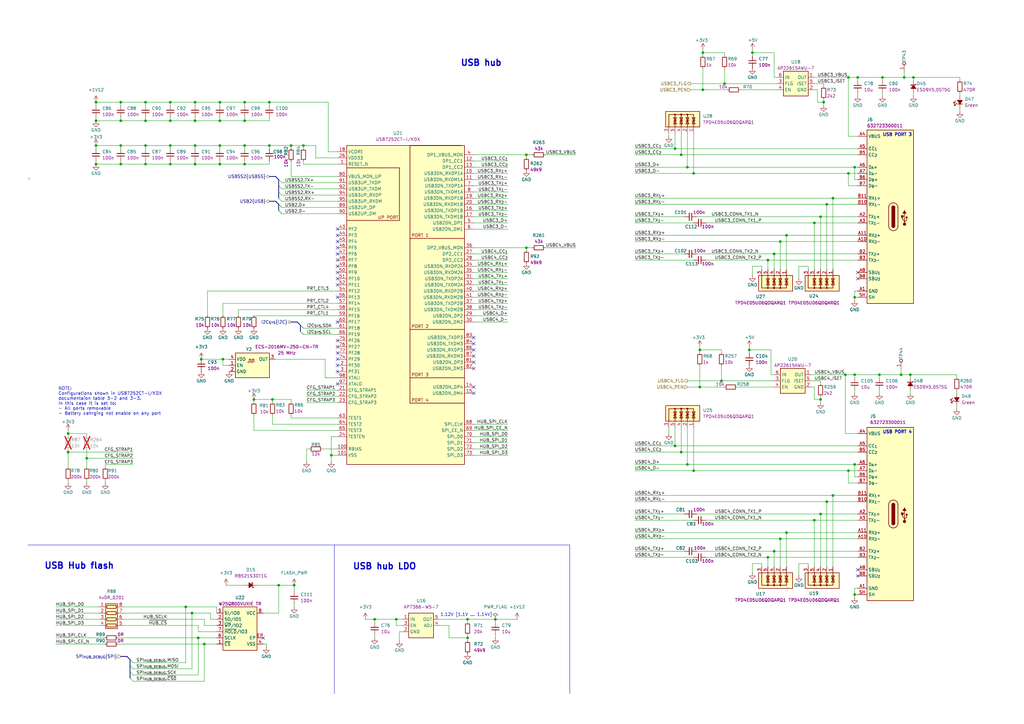
<source format=kicad_sch>
(kicad_sch (version 20250114) (generator "eeschema") (generator_version "9.0")
  (paper "A3")
  (title_block (title "Jetson AGX Thor Baseboard") (date "2025-08-11") (rev "1.0.0") (company "Antmicro Ltd") (comment 1 "www.antmicro.com"))
  (text "USB PORT 4\n\n" (at 368.046 178.308 0) (effects (font (size 1.27 1.27) (thickness 0.254) (bold yes))))
  (text "USB hub\n" (at 197.358 25.908 0) (effects (font (size 2.54 2.54) (thickness 0.508) (bold yes))))
  (text "1.12V [1.1V ... 1.14V]" (at 191.262 252.222 0) (effects (font (size 1.27 1.27))))
  (text "USB PORT 3\n\n" (at 368.046 56.388 0) (effects (font (size 1.27 1.27) (thickness 0.254) (bold yes))))
  (text "USB hub LDO" (at 157.734 232.41 0) (effects (font (size 2.54 2.54) (thickness 0.508) (bold yes))))
  (text "USB Hub flash\n" (at 32.512 232.156 0) (effects (font (size 2.54 2.54) (thickness 0.508) (bold yes))))
  (text "NOTE:\nConfigurations shown in USB7252CT-I/KDX\ndocumentaion table 3-2 and 3-3. \nIn this case it is set to:\n- All ports removable\n- Battery cahrging not enable on any port" (at 23.876 164.592 0) (effects (font (size 1.27 1.27)) (justify left)))
  (junction (at 339.09 83.82))
  (junction (at 347.98 31.75))
  (junction (at 100.33 41.91))
  (junction (at 287.02 143.51))
  (junction (at 124.46 59.69))
  (junction (at 297.18 34.29))
  (junction (at 59.69 67.31))
  (junction (at 336.55 210.82))
  (junction (at 83.82 264.16))
  (junction (at 322.58 218.44))
  (junction (at 59.69 41.91))
  (junction (at 27.94 177.8))
  (junction (at 281.94 190.5))
  (junction (at 339.09 205.74))
  (junction (at 281.94 68.58))
  (junction (at 337.82 41.91))
  (junction (at 69.85 49.53))
  (junction (at 350.52 121.92))
  (junction (at 90.17 59.69))
  (junction (at 215.9 101.6))
  (junction (at 336.55 163.83))
  (junction (at 350.52 243.84))
  (junction (at 90.17 49.53))
  (junction (at 288.29 21.59))
  (junction (at 276.86 182.88))
  (junction (at 100.33 49.53))
  (junction (at 135.89 186.69))
  (junction (at 361.95 31.75))
  (junction (at 369.57 153.67))
  (junction (at 287.02 158.75))
  (junction (at 341.63 203.2))
  (junction (at 119.38 59.69))
  (junction (at 90.17 67.31))
  (junction (at 334.01 91.44))
  (junction (at 314.96 228.6))
  (junction (at 90.17 41.91))
  (junction (at 110.49 59.69))
  (junction (at 111.76 163.83))
  (junction (at 49.53 49.53))
  (junction (at 314.96 106.68))
  (junction (at 104.14 163.83))
  (junction (at 35.56 187.96))
  (junction (at 370.84 31.75))
  (junction (at 307.34 143.51))
  (junction (at 360.68 153.67))
  (junction (at 350.52 190.5))
  (junction (at 59.69 49.53))
  (junction (at 350.52 68.58))
  (junction (at 373.38 153.67))
  (junction (at 100.33 67.31))
  (junction (at 39.37 41.91))
  (junction (at 322.58 96.52))
  (junction (at 80.01 67.31))
  (junction (at 284.48 193.04))
  (junction (at 39.37 49.53))
  (junction (at 317.5 104.14))
  (junction (at 78.74 251.46))
  (junction (at 191.77 254))
  (junction (at 279.4 63.5))
  (junction (at 336.55 88.9))
  (junction (at 49.53 67.31))
  (junction (at 120.65 240.03))
  (junction (at 114.3 240.03))
  (junction (at 374.65 31.75))
  (junction (at 351.79 31.75))
  (junction (at 153.67 254))
  (junction (at 69.85 67.31))
  (junction (at 59.69 59.69))
  (junction (at 100.33 59.69))
  (junction (at 69.85 41.91))
  (junction (at 191.77 261.62))
  (junction (at 69.85 59.69))
  (junction (at 341.63 81.28))
  (junction (at 317.5 226.06))
  (junction (at 39.37 59.69))
  (junction (at 27.94 185.42))
  (junction (at 347.98 71.12))
  (junction (at 76.2 248.92))
  (junction (at 162.56 254))
  (junction (at 347.98 193.04))
  (junction (at 49.53 41.91))
  (junction (at 82.55 147.32))
  (junction (at 81.28 261.62))
  (junction (at 320.04 220.98))
  (junction (at 276.86 60.96))
  (junction (at 110.49 41.91))
  (junction (at 279.4 185.42))
  (junction (at 295.91 156.21))
  (junction (at 284.48 71.12))
  (junction (at 91.44 147.32))
  (junction (at 350.52 153.67))
  (junction (at 49.53 59.69))
  (junction (at 80.01 49.53))
  (junction (at 80.01 41.91))
  (junction (at 288.29 36.83))
  (junction (at 346.71 153.67))
  (junction (at 80.01 59.69))
  (junction (at 203.2 254))
  (junction (at 215.9 63.5))
  (junction (at 334.01 213.36))
  (junction (at 308.61 21.59))
  (junction (at 39.37 67.31))
  (junction (at 320.04 99.06))
  (no_connect (at 138.43 96.52))
  (no_connect (at 138.43 93.98))
  (no_connect (at 138.43 149.86))
  (no_connect (at 194.31 151.13))
  (no_connect (at 138.43 106.68))
  (no_connect (at 194.31 161.29))
  (no_connect (at 138.43 142.24))
  (no_connect (at 107.95 261.62))
  (no_connect (at 138.43 152.4))
  (no_connect (at 138.43 116.84))
  (no_connect (at 138.43 139.7))
  (no_connect (at 194.31 158.75))
  (no_connect (at 351.79 111.76))
  (no_connect (at 351.79 233.68))
  (no_connect (at 138.43 104.14))
  (no_connect (at 351.79 236.22))
  (no_connect (at 138.43 147.32))
  (no_connect (at 194.31 138.43))
  (no_connect (at 138.43 157.48))
  (no_connect (at 138.43 101.6))
  (no_connect (at 138.43 99.06))
  (no_connect (at 138.43 109.22))
  (no_connect (at 194.31 140.97))
  (no_connect (at 194.31 143.51))
  (no_connect (at 138.43 121.92))
  (no_connect (at 138.43 144.78))
  (no_connect (at 138.43 114.3))
  (no_connect (at 194.31 148.59))
  (no_connect (at 194.31 146.05))
  (no_connect (at 351.79 114.3))
  (no_connect (at 138.43 111.76))
  (no_connect (at 138.43 132.08))
  (bus_entry (at 114.3 78.74) (size 1.27 1.27))
  (bus_entry (at 53.34 275.59) (size 1.27 1.27))
  (bus_entry (at 123.19 133.35) (size 1.27 1.27))
  (bus_entry (at 53.34 278.13) (size 1.27 1.27))
  (bus_entry (at 114.3 73.66) (size 1.27 1.27))
  (bus_entry (at 124.46 137.16) (size -1.27 -1.27))
  (bus_entry (at 123.19 135.89) (size 1.27 1.27))
  (bus_entry (at 114.3 76.2) (size 1.27 1.27))
  (bus_entry (at 124.46 134.62) (size -1.27 -1.27))
  (bus_entry (at 114.3 83.82) (size 1.27 1.27))
  (bus_entry (at 115.57 85.09) (size -1.27 -1.27))
  (bus_entry (at 53.34 273.05) (size 1.27 1.27))
  (bus_entry (at 114.3 81.28) (size 1.27 1.27))
  (bus_entry (at 114.3 86.36) (size 1.27 1.27))
  (bus_entry (at 53.34 270.51) (size 1.27 1.27))
  (bus_entry (at 115.57 87.63) (size -1.27 -1.27))
  (wire (pts (xy 194.31 127) (xy 208.28 127)))
  (wire (pts (xy 351.79 31.75) (xy 361.95 31.75)))
  (wire (pts (xy 80.01 59.69) (xy 80.01 60.96)))
  (wire (pts (xy 80.01 49.53) (xy 90.17 49.53)))
  (wire (pts (xy 90.17 41.91) (xy 100.33 41.91)))
  (bus (pts (xy 52.07 269.24) (xy 53.34 270.51)))
  (wire (pts (xy 194.31 81.28) (xy 208.28 81.28)))
  (wire (pts (xy 48.26 261.62) (xy 81.28 261.62)))
  (wire (pts (xy 274.32 175.26) (xy 274.32 177.8)))
  (wire (pts (xy 361.95 31.75) (xy 370.84 31.75)))
  (bus (pts (xy 114.3 73.66) (xy 113.03 72.39)))
  (wire (pts (xy 281.94 54.61) (xy 281.94 68.58)))
  (wire (pts (xy 314.96 106.68) (xy 314.96 110.49)))
  (wire (pts (xy 115.57 77.47) (xy 138.43 77.47)))
  (wire (pts (xy 119.38 171.45) (xy 138.43 171.45)))
  (wire (pts (xy 284.48 193.04) (xy 347.98 193.04)))
  (wire (pts (xy 81.28 259.08) (xy 88.9 259.08)))
  (wire (pts (xy 260.35 228.6) (xy 284.48 228.6)))
  (wire (pts (xy 317.5 226.06) (xy 317.5 232.41)))
  (wire (pts (xy 191.77 261.62) (xy 191.77 260.35)))
  (wire (pts (xy 374.65 31.75) (xy 393.7 31.75)))
  (wire (pts (xy 317.5 104.14) (xy 351.79 104.14)))
  (wire (pts (xy 69.85 49.53) (xy 80.01 49.53)))
  (wire (pts (xy 314.96 106.68) (xy 351.79 106.68)))
  (wire (pts (xy 351.79 198.12) (xy 347.98 198.12)))
  (wire (pts (xy 69.85 41.91) (xy 80.01 41.91)))
  (wire (pts (xy 308.61 231.14) (xy 312.42 231.14)))
  (wire (pts (xy 86.36 251.46) (xy 86.36 254)))
  (wire (pts (xy 347.98 31.75) (xy 347.98 55.88)))
  (wire (pts (xy 39.37 59.69) (xy 39.37 60.96)))
  (bus (pts (xy 123.19 133.35) (xy 123.19 135.89)))
  (wire (pts (xy 260.35 81.28) (xy 341.63 81.28)))
  (wire (pts (xy 341.63 203.2) (xy 351.79 203.2)))
  (wire (pts (xy 194.31 116.84) (xy 208.28 116.84)))
  (wire (pts (xy 336.55 88.9) (xy 336.55 110.49)))
  (wire (pts (xy 194.31 119.38) (xy 208.28 119.38)))
  (wire (pts (xy 351.79 190.5) (xy 350.52 190.5)))
  (wire (pts (xy 317.5 31.75) (xy 318.77 31.75)))
  (wire (pts (xy 203.2 254) (xy 212.09 254)))
  (wire (pts (xy 120.65 247.65) (xy 120.65 248.92)))
  (wire (pts (xy 347.98 76.2) (xy 347.98 71.12)))
  (wire (pts (xy 260.35 182.88) (xy 276.86 182.88)))
  (wire (pts (xy 289.56 106.68) (xy 314.96 106.68)))
  (wire (pts (xy 347.98 71.12) (xy 351.79 71.12)))
  (wire (pts (xy 184.15 261.62) (xy 191.77 261.62)))
  (wire (pts (xy 347.98 198.12) (xy 347.98 193.04)))
  (wire (pts (xy 351.79 31.75) (xy 351.79 33.02)))
  (wire (pts (xy 115.57 80.01) (xy 138.43 80.01)))
  (wire (pts (xy 27.94 198.12) (xy 27.94 196.85)))
  (wire (pts (xy 49.53 59.69) (xy 49.53 60.96)))
  (wire (pts (xy 105.41 240.03) (xy 114.3 240.03)))
  (wire (pts (xy 194.31 111.76) (xy 208.28 111.76)))
  (wire (pts (xy 110.49 67.31) (xy 110.49 66.04)))
  (wire (pts (xy 308.61 109.22) (xy 308.61 113.03)))
  (wire (pts (xy 50.8 254) (xy 83.82 254)))
  (wire (pts (xy 276.86 60.96) (xy 351.79 60.96)))
  (wire (pts (xy 129.54 64.77) (xy 138.43 64.77)))
  (wire (pts (xy 49.53 41.91) (xy 59.69 41.91)))
  (wire (pts (xy 260.35 99.06) (xy 320.04 99.06)))
  (wire (pts (xy 392.43 153.67) (xy 392.43 154.94)))
  (wire (pts (xy 104.14 129.54) (xy 138.43 129.54)))
  (wire (pts (xy 203.2 254) (xy 203.2 255.27)))
  (wire (pts (xy 90.17 59.69) (xy 90.17 60.96)))
  (wire (pts (xy 360.68 153.67) (xy 360.68 154.94)))
  (wire (pts (xy 347.98 193.04) (xy 351.79 193.04)))
  (wire (pts (xy 260.35 96.52) (xy 322.58 96.52)))
  (wire (pts (xy 288.29 21.59) (xy 288.29 22.86)))
  (wire (pts (xy 337.82 41.91) (xy 335.28 41.91)))
  (wire (pts (xy 194.31 184.15) (xy 208.28 184.15)))
  (wire (pts (xy 369.57 153.67) (xy 373.38 153.67)))
  (wire (pts (xy 80.01 67.31) (xy 80.01 66.04)))
  (wire (pts (xy 59.69 59.69) (xy 59.69 60.96)))
  (wire (pts (xy 336.55 163.83) (xy 334.01 163.83)))
  (wire (pts (xy 163.83 262.89) (xy 163.83 259.08)))
  (wire (pts (xy 334.01 36.83) (xy 335.28 36.83)))
  (wire (pts (xy 393.7 31.75) (xy 393.7 33.02)))
  (wire (pts (xy 86.36 254) (xy 88.9 254)))
  (wire (pts (xy 350.52 121.92) (xy 350.52 119.38)))
  (wire (pts (xy 276.86 54.61) (xy 276.86 60.96)))
  (wire (pts (xy 91.44 147.32) (xy 91.44 149.86)))
  (bus (pts (xy 123.19 133.35) (xy 121.92 132.08)))
  (wire (pts (xy 339.09 83.82) (xy 339.09 110.49)))
  (wire (pts (xy 135.89 189.23) (xy 135.89 186.69)))
  (wire (pts (xy 78.74 251.46) (xy 78.74 274.32)))
  (wire (pts (xy 135.89 186.69) (xy 138.43 186.69)))
  (wire (pts (xy 80.01 41.91) (xy 80.01 43.18)))
  (wire (pts (xy 260.35 83.82) (xy 339.09 83.82)))
  (wire (pts (xy 279.4 63.5) (xy 351.79 63.5)))
  (wire (pts (xy 39.37 59.69) (xy 49.53 59.69)))
  (wire (pts (xy 194.31 109.22) (xy 208.28 109.22)))
  (wire (pts (xy 361.95 31.75) (xy 361.95 33.02)))
  (wire (pts (xy 50.8 251.46) (xy 78.74 251.46)))
  (wire (pts (xy 288.29 27.94) (xy 288.29 36.83)))
  (wire (pts (xy 223.52 63.5) (xy 236.22 63.5)))
  (wire (pts (xy 124.46 67.31) (xy 138.43 67.31)))
  (wire (pts (xy 132.08 184.15) (xy 138.43 184.15)))
  (wire (pts (xy 350.52 121.92) (xy 351.79 121.92)))
  (wire (pts (xy 120.65 240.03) (xy 120.65 242.57)))
  (wire (pts (xy 111.76 170.18) (xy 111.76 173.99)))
  (wire (pts (xy 114.3 240.03) (xy 120.65 240.03)))
  (wire (pts (xy 327.66 231.14) (xy 327.66 236.22)))
  (wire (pts (xy 54.61 274.32) (xy 78.74 274.32)))
  (wire (pts (xy 90.17 49.53) (xy 90.17 48.26)))
  (wire (pts (xy 27.94 185.42) (xy 27.94 191.77)))
  (wire (pts (xy 22.86 254) (xy 40.64 254)))
  (bus (pts (xy 114.3 83.82) (xy 113.03 82.55)))
  (wire (pts (xy 100.33 41.91) (xy 110.49 41.91)))
  (wire (pts (xy 59.69 67.31) (xy 59.69 66.04)))
  (wire (pts (xy 81.28 256.54) (xy 81.28 259.08)))
  (wire (pts (xy 162.56 256.54) (xy 162.56 254)))
  (wire (pts (xy 111.76 173.99) (xy 138.43 173.99)))
  (wire (pts (xy 360.68 160.02) (xy 360.68 161.29)))
  (wire (pts (xy 114.3 240.03) (xy 114.3 251.46)))
  (wire (pts (xy 59.69 59.69) (xy 69.85 59.69)))
  (wire (pts (xy 369.57 151.13) (xy 369.57 153.67)))
  (wire (pts (xy 111.76 165.1) (xy 111.76 163.83)))
  (wire (pts (xy 393.7 38.1) (xy 393.7 39.37)))
  (wire (pts (xy 111.76 163.83) (xy 119.38 163.83)))
  (wire (pts (xy 346.71 153.67) (xy 350.52 153.67)))
  (wire (pts (xy 320.04 99.06) (xy 320.04 110.49)))
  (wire (pts (xy 59.69 67.31) (xy 69.85 67.31)))
  (wire (pts (xy 331.47 231.14) (xy 331.47 232.41)))
  (wire (pts (xy 336.55 88.9) (xy 351.79 88.9)))
  (wire (pts (xy 215.9 63.5) (xy 218.44 63.5)))
  (wire (pts (xy 165.1 256.54) (xy 162.56 256.54)))
  (wire (pts (xy 281.94 175.26) (xy 281.94 190.5)))
  (wire (pts (xy 110.49 49.53) (xy 110.49 48.26)))
  (wire (pts (xy 308.61 109.22) (xy 312.42 109.22)))
  (wire (pts (xy 133.35 147.32) (xy 133.35 154.94)))
  (wire (pts (xy 297.18 21.59) (xy 297.18 22.86)))
  (wire (pts (xy 281.94 68.58) (xy 350.52 68.58)))
  (wire (pts (xy 350.52 121.92) (xy 350.52 123.19)))
  (wire (pts (xy 35.56 187.96) (xy 35.56 191.77)))
  (wire (pts (xy 260.35 218.44) (xy 322.58 218.44)))
  (wire (pts (xy 194.31 121.92) (xy 208.28 121.92)))
  (wire (pts (xy 81.28 261.62) (xy 81.28 276.86)))
  (wire (pts (xy 341.63 203.2) (xy 341.63 232.41)))
  (wire (pts (xy 335.28 36.83) (xy 335.28 41.91)))
  (polyline (pts (xy 233.68 223.52) (xy 233.68 284.48)))
  (wire (pts (xy 69.85 49.53) (xy 69.85 48.26)))
  (wire (pts (xy 351.79 76.2) (xy 347.98 76.2)))
  (wire (pts (xy 59.69 41.91) (xy 69.85 41.91)))
  (wire (pts (xy 22.86 264.16) (xy 43.18 264.16)))
  (wire (pts (xy 194.31 124.46) (xy 208.28 124.46)))
  (wire (pts (xy 124.46 59.69) (xy 124.46 60.96)))
  (wire (pts (xy 341.63 81.28) (xy 341.63 110.49)))
  (wire (pts (xy 69.85 67.31) (xy 69.85 66.04)))
  (wire (pts (xy 69.85 59.69) (xy 80.01 59.69)))
  (wire (pts (xy 360.68 153.67) (xy 369.57 153.67)))
  (bus (pts (xy 114.3 83.82) (xy 114.3 86.36)))
  (wire (pts (xy 129.54 59.69) (xy 129.54 64.77)))
  (wire (pts (xy 27.94 177.8) (xy 27.94 179.07)))
  (wire (pts (xy 317.5 31.75) (xy 317.5 21.59)))
  (wire (pts (xy 194.31 88.9) (xy 208.28 88.9)))
  (wire (pts (xy 260.35 210.82) (xy 280.67 210.82)))
  (wire (pts (xy 90.17 49.53) (xy 100.33 49.53)))
  (wire (pts (xy 124.46 134.62) (xy 138.43 134.62)))
  (wire (pts (xy 283.21 36.83) (xy 288.29 36.83)))
  (wire (pts (xy 322.58 96.52) (xy 322.58 110.49)))
  (wire (pts (xy 50.8 248.92) (xy 76.2 248.92)))
  (wire (pts (xy 107.95 251.46) (xy 114.3 251.46)))
  (wire (pts (xy 104.14 176.53) (xy 104.14 170.18)))
  (wire (pts (xy 135.89 179.07) (xy 135.89 186.69)))
  (wire (pts (xy 69.85 41.91) (xy 69.85 43.18)))
  (wire (pts (xy 289.56 228.6) (xy 314.96 228.6)))
  (wire (pts (xy 339.09 83.82) (xy 351.79 83.82)))
  (wire (pts (xy 350.52 119.38) (xy 351.79 119.38)))
  (wire (pts (xy 279.4 185.42) (xy 351.79 185.42)))
  (wire (pts (xy 50.8 256.54) (xy 81.28 256.54)))
  (wire (pts (xy 287.02 143.51) (xy 287.02 144.78)))
  (wire (pts (xy 336.55 210.82) (xy 336.55 232.41)))
  (wire (pts (xy 153.67 254) (xy 153.67 255.27)))
  (wire (pts (xy 320.04 99.06) (xy 351.79 99.06)))
  (wire (pts (xy 327.66 231.14) (xy 331.47 231.14)))
  (wire (pts (xy 194.31 173.99) (xy 208.28 173.99)))
  (wire (pts (xy 392.43 160.02) (xy 392.43 161.29)))
  (wire (pts (xy 281.94 158.75) (xy 287.02 158.75)))
  (wire (pts (xy 54.61 276.86) (xy 81.28 276.86)))
  (wire (pts (xy 336.55 210.82) (xy 351.79 210.82)))
  (wire (pts (xy 88.9 256.54) (xy 83.82 256.54)))
  (wire (pts (xy 91.44 147.32) (xy 93.98 147.32)))
  (wire (pts (xy 283.21 34.29) (xy 297.18 34.29)))
  (wire (pts (xy 134.62 41.91) (xy 134.62 62.23)))
  (wire (pts (xy 91.44 124.46) (xy 91.44 129.54)))
  (wire (pts (xy 260.35 226.06) (xy 280.67 226.06)))
  (wire (pts (xy 302.26 158.75) (xy 317.5 158.75)))
  (wire (pts (xy 260.35 60.96) (xy 276.86 60.96)))
  (wire (pts (xy 287.02 142.24) (xy 287.02 143.51)))
  (wire (pts (xy 194.31 101.6) (xy 215.9 101.6)))
  (wire (pts (xy 260.35 193.04) (xy 284.48 193.04)))
  (wire (pts (xy 297.18 27.94) (xy 297.18 34.29)))
  (wire (pts (xy 260.35 106.68) (xy 284.48 106.68)))
  (wire (pts (xy 194.31 106.68) (xy 208.28 106.68)))
  (wire (pts (xy 350.52 68.58) (xy 350.52 73.66)))
  (wire (pts (xy 308.61 231.14) (xy 308.61 234.95)))
  (wire (pts (xy 49.53 41.91) (xy 39.37 41.91)))
  (wire (pts (xy 334.01 31.75) (xy 347.98 31.75)))
  (wire (pts (xy 85.09 119.38) (xy 138.43 119.38)))
  (wire (pts (xy 80.01 67.31) (xy 90.17 67.31)))
  (wire (pts (xy 215.9 101.6) (xy 215.9 102.87)))
  (wire (pts (xy 39.37 49.53) (xy 49.53 49.53)))
  (wire (pts (xy 180.34 256.54) (xy 184.15 256.54)))
  (wire (pts (xy 350.52 153.67) (xy 360.68 153.67)))
  (wire (pts (xy 109.22 265.43) (xy 109.22 264.16)))
  (wire (pts (xy 194.31 66.04) (xy 208.28 66.04)))
  (wire (pts (xy 284.48 193.04) (xy 284.48 175.26)))
  (wire (pts (xy 80.01 59.69) (xy 90.17 59.69)))
  (wire (pts (xy 110.49 59.69) (xy 119.38 59.69)))
  (wire (pts (xy 215.9 63.5) (xy 215.9 64.77)))
  (bus (pts (xy 110.49 72.39) (xy 113.03 72.39)))
  (wire (pts (xy 351.79 38.1) (xy 351.79 39.37)))
  (wire (pts (xy 374.65 38.1) (xy 374.65 39.37)))
  (wire (pts (xy 331.47 109.22) (xy 331.47 110.49)))
  (wire (pts (xy 104.14 165.1) (xy 104.14 163.83)))
  (wire (pts (xy 49.53 41.91) (xy 49.53 43.18)))
  (wire (pts (xy 373.38 153.67) (xy 392.43 153.67)))
  (wire (pts (xy 119.38 72.39) (xy 138.43 72.39)))
  (wire (pts (xy 285.75 88.9) (xy 336.55 88.9)))
  (wire (pts (xy 124.46 59.69) (xy 129.54 59.69)))
  (wire (pts (xy 194.31 86.36) (xy 208.28 86.36)))
  (wire (pts (xy 312.42 109.22) (xy 312.42 110.49)))
  (polyline (pts (xy 137.16 223.52) (xy 137.16 284.48)))
  (wire (pts (xy 307.34 143.51) (xy 307.34 144.78)))
  (wire (pts (xy 191.77 254) (xy 203.2 254)))
  (wire (pts (xy 39.37 67.31) (xy 49.53 67.31)))
  (polyline (pts (xy 11.43 223.52) (xy 233.68 223.52)))
  (wire (pts (xy 125.73 165.1) (xy 138.43 165.1)))
  (wire (pts (xy 115.57 87.63) (xy 138.43 87.63)))
  (bus (pts (xy 53.34 273.05) (xy 53.34 275.59)))
  (wire (pts (xy 284.48 71.12) (xy 347.98 71.12)))
  (wire (pts (xy 48.26 264.16) (xy 83.82 264.16)))
  (polyline (pts (xy 11.938 72.898) (xy 11.938 73.66)))
  (wire (pts (xy 194.31 76.2) (xy 208.28 76.2)))
  (wire (pts (xy 194.31 73.66) (xy 208.28 73.66)))
  (bus (pts (xy 53.34 270.51) (xy 53.34 273.05)))
  (wire (pts (xy 80.01 49.53) (xy 80.01 48.26)))
  (wire (pts (xy 260.35 88.9) (xy 280.67 88.9)))
  (wire (pts (xy 90.17 67.31) (xy 100.33 67.31)))
  (wire (pts (xy 110.49 41.91) (xy 110.49 43.18)))
  (wire (pts (xy 93.98 149.86) (xy 91.44 149.86)))
  (wire (pts (xy 81.28 261.62) (xy 88.9 261.62)))
  (wire (pts (xy 287.02 143.51) (xy 295.91 143.51)))
  (wire (pts (xy 125.73 162.56) (xy 138.43 162.56)))
  (wire (pts (xy 392.43 166.37) (xy 392.43 167.64)))
  (wire (pts (xy 69.85 59.69) (xy 69.85 60.96)))
  (wire (pts (xy 289.56 213.36) (xy 334.01 213.36)))
  (wire (pts (xy 303.53 36.83) (xy 318.77 36.83)))
  (wire (pts (xy 347.98 31.75) (xy 351.79 31.75)))
  (wire (pts (xy 295.91 156.21) (xy 317.5 156.21)))
  (wire (pts (xy 361.95 38.1) (xy 361.95 39.37)))
  (wire (pts (xy 194.31 91.44) (xy 208.28 91.44)))
  (wire (pts (xy 308.61 20.32) (xy 308.61 21.59)))
  (wire (pts (xy 316.23 153.67) (xy 316.23 143.51)))
  (wire (pts (xy 393.7 44.45) (xy 393.7 45.72)))
  (wire (pts (xy 341.63 81.28) (xy 351.79 81.28)))
  (wire (pts (xy 317.5 104.14) (xy 317.5 110.49)))
  (wire (pts (xy 351.79 55.88) (xy 347.98 55.88)))
  (wire (pts (xy 43.18 190.5) (xy 43.18 191.77)))
  (wire (pts (xy 260.35 104.14) (xy 280.67 104.14)))
  (wire (pts (xy 115.57 85.09) (xy 138.43 85.09)))
  (bus (pts (xy 114.3 73.66) (xy 114.3 76.2)))
  (wire (pts (xy 59.69 49.53) (xy 69.85 49.53)))
  (wire (pts (xy 350.52 195.58) (xy 351.79 195.58)))
  (wire (pts (xy 27.94 177.8) (xy 35.56 177.8)))
  (wire (pts (xy 260.35 213.36) (xy 284.48 213.36)))
  (wire (pts (xy 295.91 143.51) (xy 295.91 144.78)))
  (wire (pts (xy 85.09 129.54) (xy 85.09 119.38)))
  (wire (pts (xy 260.35 68.58) (xy 281.94 68.58)))
  (wire (pts (xy 334.01 91.44) (xy 351.79 91.44)))
  (wire (pts (xy 320.04 220.98) (xy 320.04 232.41)))
  (wire (pts (xy 336.55 163.83) (xy 336.55 165.1)))
  (wire (pts (xy 76.2 248.92) (xy 88.9 248.92)))
  (wire (pts (xy 322.58 218.44) (xy 322.58 232.41)))
  (wire (pts (xy 194.31 129.54) (xy 208.28 129.54)))
  (wire (pts (xy 194.31 179.07) (xy 208.28 179.07)))
  (wire (pts (xy 22.86 248.92) (xy 40.64 248.92)))
  (wire (pts (xy 125.73 189.23) (xy 125.73 184.15)))
  (wire (pts (xy 373.38 154.94) (xy 373.38 153.67)))
  (wire (pts (xy 332.74 156.21) (xy 336.55 156.21)))
  (wire (pts (xy 194.31 176.53) (xy 208.28 176.53)))
  (wire (pts (xy 332.74 153.67) (xy 346.71 153.67)))
  (wire (pts (xy 194.31 78.74) (xy 208.28 78.74)))
  (wire (pts (xy 54.61 271.78) (xy 76.2 271.78)))
  (bus (pts (xy 114.3 78.74) (xy 114.3 81.28)))
  (wire (pts (xy 281.94 190.5) (xy 350.52 190.5)))
  (wire (pts (xy 119.38 59.69) (xy 124.46 59.69)))
  (wire (pts (xy 314.96 228.6) (xy 314.96 232.41)))
  (wire (pts (xy 285.75 210.82) (xy 336.55 210.82)))
  (bus (pts (xy 119.38 132.08) (xy 121.92 132.08)))
  (wire (pts (xy 350.52 241.3) (xy 351.79 241.3)))
  (wire (pts (xy 59.69 41.91) (xy 59.69 43.18)))
  (bus (pts (xy 114.3 76.2) (xy 114.3 78.74)))
  (wire (pts (xy 82.55 147.32) (xy 91.44 147.32)))
  (wire (pts (xy 194.31 93.98) (xy 208.28 93.98)))
  (wire (pts (xy 373.38 160.02) (xy 373.38 161.29)))
  (wire (pts (xy 317.5 226.06) (xy 351.79 226.06)))
  (wire (pts (xy 194.31 104.14) (xy 208.28 104.14)))
  (wire (pts (xy 27.94 185.42) (xy 54.61 185.42)))
  (wire (pts (xy 100.33 59.69) (xy 100.33 60.96)))
  (wire (pts (xy 115.57 74.93) (xy 138.43 74.93)))
  (wire (pts (xy 35.56 184.15) (xy 35.56 187.96)))
  (wire (pts (xy 285.75 226.06) (xy 317.5 226.06)))
  (wire (pts (xy 153.67 254) (xy 162.56 254)))
  (wire (pts (xy 314.96 228.6) (xy 351.79 228.6)))
  (wire (pts (xy 180.34 254) (xy 191.77 254)))
  (wire (pts (xy 90.17 41.91) (xy 90.17 43.18)))
  (wire (pts (xy 289.56 91.44) (xy 334.01 91.44)))
  (wire (pts (xy 327.66 109.22) (xy 331.47 109.22)))
  (wire (pts (xy 100.33 67.31) (xy 100.33 66.04)))
  (wire (pts (xy 260.35 203.2) (xy 341.63 203.2)))
  (wire (pts (xy 100.33 49.53) (xy 100.33 48.26)))
  (wire (pts (xy 339.09 205.74) (xy 351.79 205.74)))
  (wire (pts (xy 276.86 175.26) (xy 276.86 182.88)))
  (wire (pts (xy 124.46 137.16) (xy 138.43 137.16)))
  (wire (pts (xy 260.35 190.5) (xy 281.94 190.5)))
  (wire (pts (xy 288.29 36.83) (xy 298.45 36.83)))
  (wire (pts (xy 124.46 66.04) (xy 124.46 67.31)))
  (wire (pts (xy 83.82 256.54) (xy 83.82 254)))
  (wire (pts (xy 194.31 114.3) (xy 208.28 114.3)))
  (wire (pts (xy 279.4 175.26) (xy 279.4 185.42)))
  (wire (pts (xy 374.65 33.02) (xy 374.65 31.75)))
  (wire (pts (xy 287.02 158.75) (xy 297.18 158.75)))
  (wire (pts (xy 260.35 71.12) (xy 284.48 71.12)))
  (wire (pts (xy 88.9 248.92) (xy 88.9 251.46)))
  (wire (pts (xy 308.61 21.59) (xy 308.61 22.86)))
  (wire (pts (xy 91.44 124.46) (xy 138.43 124.46)))
  (wire (pts (xy 194.31 186.69) (xy 208.28 186.69)))
  (wire (pts (xy 350.52 243.84) (xy 350.52 241.3)))
  (wire (pts (xy 97.79 127) (xy 97.79 129.54)))
  (wire (pts (xy 320.04 220.98) (xy 351.79 220.98)))
  (wire (pts (xy 334.01 158.75) (xy 334.01 163.83)))
  (wire (pts (xy 90.17 59.69) (xy 100.33 59.69)))
  (wire (pts (xy 346.71 177.8) (xy 351.79 177.8)))
  (wire (pts (xy 350.52 160.02) (xy 350.52 161.29)))
  (wire (pts (xy 288.29 21.59) (xy 297.18 21.59)))
  (wire (pts (xy 350.52 243.84) (xy 351.79 243.84)))
  (wire (pts (xy 194.31 71.12) (xy 208.28 71.12)))
  (wire (pts (xy 54.61 279.4) (xy 83.82 279.4)))
  (wire (pts (xy 350.52 73.66) (xy 351.79 73.66)))
  (wire (pts (xy 125.73 184.15) (xy 127 184.15)))
  (wire (pts (xy 260.35 63.5) (xy 279.4 63.5)))
  (wire (pts (xy 194.31 181.61) (xy 208.28 181.61)))
  (wire (pts (xy 334.01 34.29) (xy 337.82 34.29)))
  (wire (pts (xy 184.15 256.54) (xy 184.15 261.62)))
  (wire (pts (xy 49.53 67.31) (xy 49.53 66.04)))
  (wire (pts (xy 149.86 254) (xy 153.67 254)))
  (wire (pts (xy 334.01 213.36) (xy 351.79 213.36)))
  (wire (pts (xy 308.61 21.59) (xy 317.5 21.59)))
  (wire (pts (xy 346.71 153.67) (xy 346.71 177.8)))
  (wire (pts (xy 194.31 83.82) (xy 208.28 83.82)))
  (wire (pts (xy 153.67 260.35) (xy 153.67 261.62)))
  (wire (pts (xy 295.91 149.86) (xy 295.91 156.21)))
  (wire (pts (xy 194.31 63.5) (xy 215.9 63.5)))
  (wire (pts (xy 43.18 261.62) (xy 22.86 261.62)))
  (wire (pts (xy 337.82 34.29) (xy 337.82 35.56)))
  (wire (pts (xy 334.01 91.44) (xy 334.01 110.49)))
  (wire (pts (xy 191.77 261.62) (xy 191.77 262.89)))
  (wire (pts (xy 370.84 31.75) (xy 374.65 31.75)))
  (wire (pts (xy 194.31 132.08) (xy 208.28 132.08)))
  (wire (pts (xy 288.29 20.32) (xy 288.29 21.59)))
  (wire (pts (xy 76.2 248.92) (xy 76.2 271.78)))
  (bus (pts (xy 110.49 82.55) (xy 113.03 82.55)))
  (wire (pts (xy 350.52 153.67) (xy 350.52 154.94)))
  (wire (pts (xy 287.02 149.86) (xy 287.02 158.75)))
  (wire (pts (xy 297.18 34.29) (xy 318.77 34.29)))
  (wire (pts (xy 100.33 59.69) (xy 110.49 59.69)))
  (wire (pts (xy 109.22 264.16) (xy 107.95 264.16)))
  (wire (pts (xy 43.18 198.12) (xy 43.18 196.85)))
  (wire (pts (xy 80.01 41.91) (xy 90.17 41.91)))
  (wire (pts (xy 49.53 49.53) (xy 59.69 49.53)))
  (wire (pts (xy 332.74 158.75) (xy 334.01 158.75)))
  (wire (pts (xy 115.57 82.55) (xy 138.43 82.55)))
  (wire (pts (xy 27.94 176.53) (xy 27.94 177.8)))
  (wire (pts (xy 83.82 264.16) (xy 88.9 264.16)))
  (wire (pts (xy 285.75 104.14) (xy 317.5 104.14)))
  (wire (pts (xy 162.56 254) (xy 165.1 254)))
  (wire (pts (xy 119.38 66.04) (xy 119.38 72.39)))
  (wire (pts (xy 110.49 59.69) (xy 110.49 60.96)))
  (wire (pts (xy 43.18 190.5) (xy 54.61 190.5)))
  (wire (pts (xy 307.34 142.24) (xy 307.34 143.51)))
  (wire (pts (xy 307.34 143.51) (xy 316.23 143.51)))
  (wire (pts (xy 350.52 190.5) (xy 350.52 195.58)))
  (wire (pts (xy 49.53 49.53) (xy 49.53 48.26)))
  (wire (pts (xy 322.58 218.44) (xy 351.79 218.44)))
  (wire (pts (xy 337.82 40.64) (xy 337.82 41.91)))
  (wire (pts (xy 113.03 147.32) (xy 133.35 147.32)))
  (wire (pts (xy 119.38 59.69) (xy 119.38 60.96)))
  (wire (pts (xy 316.23 153.67) (xy 317.5 153.67)))
  (wire (pts (xy 49.53 59.69) (xy 59.69 59.69)))
  (wire (pts (xy 22.86 256.54) (xy 40.64 256.54)))
  (wire (pts (xy 125.73 160.02) (xy 138.43 160.02)))
  (wire (pts (xy 35.56 187.96) (xy 54.61 187.96)))
  (wire (pts (xy 276.86 182.88) (xy 351.79 182.88)))
  (wire (pts (xy 274.32 54.61) (xy 274.32 55.88)))
  (wire (pts (xy 83.82 279.4) (xy 83.82 264.16)))
  (wire (pts (xy 39.37 41.91) (xy 39.37 43.18)))
  (wire (pts (xy 97.79 127) (xy 138.43 127)))
  (wire (pts (xy 78.74 251.46) (xy 86.36 251.46)))
  (wire (pts (xy 69.85 67.31) (xy 80.01 67.31)))
  (wire (pts (xy 260.35 220.98) (xy 320.04 220.98)))
  (wire (pts (xy 336.55 156.21) (xy 336.55 157.48)))
  (wire (pts (xy 223.52 101.6) (xy 236.22 101.6)))
  (wire (pts (xy 322.58 96.52) (xy 351.79 96.52)))
  (wire (pts (xy 334.01 213.36) (xy 334.01 232.41)))
  (wire (pts (xy 191.77 255.27) (xy 191.77 254)))
  (wire (pts (xy 138.43 179.07) (xy 135.89 179.07)))
  (wire (pts (xy 163.83 259.08) (xy 165.1 259.08)))
  (bus (pts (xy 49.53 269.24) (xy 52.07 269.24)))
  (wire (pts (xy 49.53 67.31) (xy 59.69 67.31)))
  (wire (pts (xy 90.17 67.31) (xy 90.17 66.04)))
  (wire (pts (xy 39.37 67.31) (xy 39.37 66.04)))
  (wire (pts (xy 351.79 68.58) (xy 350.52 68.58)))
  (wire (pts (xy 35.56 198.12) (xy 35.56 196.85)))
  (wire (pts (xy 39.37 49.53) (xy 39.37 48.26)))
  (wire (pts (xy 337.82 41.91) (xy 337.82 43.18)))
  (wire (pts (xy 215.9 101.6) (xy 218.44 101.6)))
  (wire (pts (xy 339.09 205.74) (xy 339.09 232.41)))
  (wire (pts (xy 92.71 240.03) (xy 100.33 240.03)))
  (wire (pts (xy 281.94 156.21) (xy 295.91 156.21)))
  (wire (pts (xy 260.35 91.44) (xy 284.48 91.44)))
  (wire (pts (xy 284.48 71.12) (xy 284.48 54.61)))
  (wire (pts (xy 138.43 176.53) (xy 104.14 176.53)))
  (wire (pts (xy 260.35 185.42) (xy 279.4 185.42)))
  (wire (pts (xy 350.52 245.11) (xy 350.52 243.84)))
  (wire (pts (xy 110.49 41.91) (xy 134.62 41.91)))
  (wire (pts (xy 104.14 163.83) (xy 111.76 163.83)))
  (wire (pts (xy 100.33 41.91) (xy 100.33 43.18)))
  (wire (pts (xy 100.33 67.31) (xy 110.49 67.31)))
  (wire (pts (xy 133.35 154.94) (xy 138.43 154.94)))
  (wire (pts (xy 27.94 184.15) (xy 27.94 185.42)))
  (wire (pts (xy 59.69 49.53) (xy 59.69 48.26)))
  (wire (pts (xy 119.38 170.18) (xy 119.38 171.45)))
  (wire (pts (xy 119.38 165.1) (xy 119.38 163.83)))
  (wire (pts (xy 370.84 29.21) (xy 370.84 31.75)))
  (wire (pts (xy 336.55 162.56) (xy 336.55 163.83)))
  (wire (pts (xy 40.64 251.46) (xy 22.86 251.46)))
  (wire (pts (xy 312.42 231.14) (xy 312.42 232.41)))
  (bus (pts (xy 53.34 275.59) (xy 53.34 278.13)))
  (wire (pts (xy 194.31 68.58) (xy 208.28 68.58)))
  (wire (pts (xy 35.56 179.07) (xy 35.56 177.8)))
  (wire (pts (xy 100.33 49.53) (xy 110.49 49.53)))
  (wire (pts (xy 279.4 54.61) (xy 279.4 63.5)))
  (wire (pts (xy 260.35 205.74) (xy 339.09 205.74)))
  (wire (pts (xy 138.43 62.23) (xy 134.62 62.23)))
  (wire (pts (xy 203.2 260.35) (xy 203.2 261.62)))
  (wire (pts (xy 327.66 109.22) (xy 327.66 114.3)))
  (label "USBC4_CC_{2}" (at 260.35 185.42 0))
  (label "USBC3_CC_{2}" (at 260.35 63.5 0))
  (label "HUB_SPI_CE_N" (at 22.86 264.16 0))
  (label "USB2.D-" (at 116.84 87.63 0))
  (label "HUB_SPI_CLK" (at 22.86 261.62 0))
  (label "USBC4_VBUS" (at 236.22 101.6 180))
  (label "USBC3_VBUS" (at 335.28 31.75 0))
  (label "USBC3_TX_{2}-" (at 260.35 106.68 0))
  (label "HUB_SPI_D1" (at 22.86 251.46 0))
  (label "USBC3_CONN_TX1_N" (at 311.15 88.9 180))
  (label "SPI_{HUB_DEBUG}.~{CS0}" (at 55.88 279.4 0))
  (label "USBC4_CONN_TX2_P" (at 312.42 226.06 180))
  (label "USBC4_RX_{2}+" (at 208.28 119.38 180))
  (label "HUB_SPI_D2" (at 22.86 254 0))
  (label "USBC3_RX_{2}-" (at 208.28 83.82 180))
  (label "CFG_STRAP1" (at 125.73 160.02 0))
  (label "USBC3_TX_{2}-" (at 208.28 88.9 180))
  (label "CFG_STRAP3" (at 54.61 190.5 180))
  (label "USBC4_RX_{1}-" (at 208.28 111.76 180))
  (label "USBC4_VBUS" (at 334.01 153.67 0))
  (label "USBC3_CONN_TX1_P" (at 312.42 91.44 180))
  (label "USBC4_CC_{2}" (at 208.28 106.68 180))
  (label "USBC4_D-" (at 260.35 193.04 0))
  (label "HUB_SPI_CLK" (at 208.28 173.99 180))
  (label "I2C_{SYS}.SCL" (at 125.73 137.16 0))
  (label "PRT_CTL1" (at 125.73 129.54 0))
  (label "PRT_CTL4" (at 125.73 127 0))
  (label "PRT_CTL2" (at 125.73 124.46 0))
  (label "PRT_CTL3" (at 125.73 119.38 0))
  (label "USBC3_RX_{1}-" (at 208.28 73.66 180))
  (label "USBC3_D-" (at 208.28 93.98 180))
  (label "USBC3_TX_{2}+" (at 260.35 104.14 0))
  (label "USBC3_RX_{2}+" (at 208.28 81.28 180))
  (label "USBC3_VBUS" (at 236.22 63.5 180))
  (label "HUB_SPI_CE_N" (at 208.28 176.53 180))
  (label "USBC3_D-" (at 260.35 71.12 0))
  (label "SPI_{HUB_DEBUG}.MOSI" (at 55.88 274.32 0))
  (label "USBC3_RX_{1}+" (at 208.28 71.12 180))
  (label "USBC3_CC_{2}" (at 208.28 68.58 180))
  (label "USBC3_RX_{1}+" (at 260.35 81.28 0))
  (label "USBSS2.TX+" (at 116.84 74.93 0))
  (label "USBC3_CC_{1}" (at 208.28 66.04 180))
  (label "CFG_STRAP3" (at 125.73 165.1 0))
  (label "USBC4_TX_{2}+" (at 260.35 226.06 0))
  (label "CFG_STRAP2" (at 125.73 162.56 0))
  (label "HUB_SCLK" (at 68.58 254 180))
  (label "USBC3_TX_{1}-" (at 260.35 91.44 0))
  (label "HUB_SPI_D0" (at 22.86 248.92 0))
  (label "USBC4_RX_{2}-" (at 208.28 121.92 180))
  (label "USBC4_TX_{2}+" (at 208.28 124.46 180))
  (label "USBC3_ISET" (at 335.28 34.29 0))
  (label "USBC4_TX_{1}+" (at 208.28 114.3 180))
  (label "USBC4_CONN_TX1_P" (at 312.42 210.82 180))
  (label "USBC4_RX_{2}-" (at 260.35 220.98 0))
  (label "USBC4_TX_{2}-" (at 208.28 127 180))
  (label "CFG_STRAP1" (at 54.61 185.42 180))
  (label "USBC4_RX_{1}+" (at 208.28 109.22 180))
  (label "USBC4_ISET" (at 334.01 156.21 0))
  (label "USBC3_RX_{2}+" (at 260.35 96.52 0))
  (label "USBC4_D-" (at 208.28 132.08 180))
  (label "USBSS2.RX+" (at 116.84 80.01 0))
  (label "USBC3_CONN_TX2_N" (at 311.15 104.14 180))
  (label "USBC4_TX_{1}+" (at 260.35 210.82 0))
  (label "USBC4_TX_{1}-" (at 260.35 213.36 0))
  (label "USBC4_CC_{1}" (at 260.35 182.88 0))
  (label "I2C_{SYS}.SDA" (at 125.73 134.62 0))
  (label "HUB_SPI_D3" (at 208.28 186.69 180))
  (label "~{HUB_CS}" (at 68.58 256.54 180))
  (label "USBC3_D+" (at 208.28 91.44 180))
  (label "HUB_SPI_D2" (at 208.28 184.15 180))
  (label "SPI_{HUB_DEBUG}.SCK" (at 55.88 276.86 0))
  (label "USBC4_RX_{1}+" (at 260.35 203.2 0))
  (label "USBC3_TX_{1}+" (at 260.35 88.9 0))
  (label "USBC4_TX_{2}-" (at 260.35 228.6 0))
  (label "USBC4_D+" (at 260.35 190.5 0))
  (label "HUB_SPI_D3" (at 22.86 256.54 0))
  (label "USBC4_TX_{1}-" (at 208.28 116.84 180))
  (label "HUB_SPI_D1" (at 208.28 181.61 180))
  (label "USBSS2.RX-" (at 116.84 82.55 0))
  (label "USBSS2.TX-" (at 116.84 77.47 0))
  (label "USBC4_CONN_TX2_N" (at 312.42 228.6 180))
  (label "USBC3_D+" (at 260.35 68.58 0))
  (label "USBC3_RX_{1}-" (at 260.35 83.82 0))
  (label "USBC3_CC_{1}" (at 260.35 60.96 0))
  (label "USBC3_TX_{1}+" (at 208.28 76.2 180))
  (label "CFG_STRAP2" (at 54.61 187.96 180))
  (label "USB2.D+" (at 116.84 85.09 0))
  (label "HUB_SPI_D0" (at 208.28 179.07 180))
  (label "USBC4_D+" (at 208.28 129.54 180))
  (label "USBC4_RX_{2}+" (at 260.35 218.44 0))
  (label "USBC4_CONN_TX1_N" (at 312.42 213.36 180))
  (label "USBC3_RX_{2}-" (at 260.35 99.06 0))
  (label "USBC3_TX_{2}+" (at 208.28 86.36 180))
  (label "USBC4_RX_{1}-" (at 260.35 205.74 0))
  (label "SPI_{HUB_DEBUG}.MISO" (at 55.88 271.78 0))
  (label "USBC3_CONN_TX2_P" (at 312.42 106.68 180))
  (label "USBC4_CC_{1}" (at 208.28 104.14 180))
  (label "USBC3_TX_{1}-" (at 208.28 78.74 180))
  (hierarchical_label "SPI_{HUB_DEBUG}{SPI}" (shape input) (at 49.53 269.24 180))
  (hierarchical_label "USB2{USB}" (shape bidirectional) (at 110.49 82.55 180))
  (hierarchical_label "USBC4_PEN" (shape input) (at 281.94 158.75 180))
  (hierarchical_label "USBC4_FLG" (shape output) (at 281.94 156.21 180))
  (hierarchical_label "I2C_{SYS}{I2C}" (shape bidirectional) (at 119.38 132.08 180))
  (hierarchical_label "USBC3_PEN" (shape input) (at 283.21 36.83 180))
  (hierarchical_label "USBC3_FLG" (shape output) (at 283.21 34.29 180))
  (hierarchical_label "USBSS2{USBSS}" (shape bidirectional) (at 110.49 72.39 180))
  (symbol (lib_id "antmicroCapacitors0402:C_100n_50V_X8L_0402") (at 82.55 152.4 90) (unit 1)
    (property "Reference" "C93" (at 85.09 148.5836 90) (effects (justify right)))
    (property "Value" "C_100n_50V_X8L_0402" (effects (hide yes)))
    (property "Footprint" "antmicro-footprints:C_0402_1005Metric" (effects (hide yes)))
    (property "Datasheet" "https://www.murata.com/products/productdetail?partno=GCM155L8EH104KE07%23" (effects (hide yes)))
    (property "Description" "SMD Multilayer Ceramic Capacitor, 100nF, 50V, 0402, ±10%, X8L" (effects (hide yes)))
    (property "MPN" "GCM155L8EH104KE07D" (effects (hide yes)))
    (property "Val" "100n" (at 85.09 151.1236 90) (effects (justify right)))
    (property "Voltage" "50V" (effects (hide yes)))
    (property "Dielectric" "X8L" (effects (hide yes)))
    (property "Manufacturer" "Murata" (effects (hide yes)))
    (property "License" "Apache-2.0" (effects (hide yes)))
    (property "Author" "Antmicro" (effects (hide yes)))
  )
  (symbol (lib_id "antmicroResistors0402:R_10k_0402") (at 27.94 184.15 90) (unit 1) (in_bom no) (dnp yes)
    (property "Reference" "R87" (at 29.21 180.34 90) (effects (justify right)))
    (property "Value" "R_10k_0402" (effects (hide yes)))
    (property "Footprint" "antmicro-footprints:R_0402_1005Metric" (effects (hide yes)))
    (property "Datasheet" "https://www.bourns.com/docs/product-datasheets/cr.pdf" (effects (hide yes)))
    (property "Manufacturer" "Bourns" (effects (hide yes)))
    (property "MPN" "CR0402-FX-1002GLF" (effects (hide yes)))
    (property "Val" "10k" (at 29.21 182.88 90) (effects (justify right)))
    (property "License" "Apache-2.0" (effects (hide yes)))
    (property "Author" "Antmicro" (effects (hide yes)))
    (property "Tolerance" "1%" (effects (hide yes)))
  )
  (symbol (lib_id "antmicroCapacitors0402:C_100n_16V_X7R_0402") (at 90.17 48.26 90) (unit 1)
    (property "Reference" "C97" (at 92.71 44.4436 90) (effects (justify right)))
    (property "Value" "C_100n_16V_X7R_0402" (effects (hide yes)))
    (property "Footprint" "antmicro-footprints:C_0402_1005Metric" (effects (hide yes)))
    (property "Datasheet" "https://www.kemet.com/en/us/capacitors/product/C0402C104J4RAC7411.html" (effects (hide yes)))
    (property "Description" "SMD Multilayer Ceramic Capacitor, 100nF, 50V, 0402, ±5%, X7R" (effects (hide yes)))
    (property "MPN" "C0402C104J4RAC7411" (effects (hide yes)))
    (property "Val" "100n" (at 92.71 46.9836 90) (effects (justify right)))
    (property "Voltage" "16V" (effects (hide yes)))
    (property "Dielectric" "X7R" (effects (hide yes)))
    (property "Manufacturer" "KEMET" (effects (hide yes)))
    (property "License" "Apache-2.0" (effects (hide yes)))
    (property "Author" "Antmicro" (effects (hide yes)))
  )
  (symbol (lib_name "GND_3") (lib_id "antmicropower:GND") (at 360.68 161.29 0) (unit 1)
    (property "Reference" "#PWR0466" (effects (hide yes)))
    (property "Value" "GND" (at 360.68 165.1 0))
    (property "Author" "Antmicro" (effects (hide yes)))
    (property "License" "Apache-2.0" (effects (hide yes)))
  )
  (symbol (lib_id "antmicroTVSDiodes:ESD9X5.0ST5G") (at 374.65 33.02 270) (unit 1)
    (property "Reference" "D45" (at 375.92 34.29 90) (effects (justify left)))
    (property "Value" "ESD9X5.0ST5G" (effects (hide yes)))
    (property "Footprint" "antmicro-footprints:SOD-923" (effects (hide yes)))
    (property "Datasheet" "https://www.onsemi.com/pdf/datasheet/esd9x3.3st5g-d.pdf" (effects (hide yes)))
    (property "Manufacturer" "ON Semiconductor" (effects (hide yes)))
    (property "MPN" "ESD9X5.0ST5G" (at 375.92 36.83 90) (effects (justify left)))
    (property "Author" "Antmicro" (effects (hide yes)))
    (property "License" "Apache-2.0" (effects (hide yes)))
  )
  (symbol (lib_id "antmicroCapacitors0402:C_10u_0402") (at 203.2 260.35 90) (unit 1)
    (property "Reference" "C79" (at 205.74 256.5336 90) (effects (justify right)))
    (property "Value" "C_10u_0402" (effects (hide yes)))
    (property "Footprint" "antmicro-footprints:C_0402_1005Metric" (effects (hide yes)))
    (property "Datasheet" "https://www.yageo.com/en/Chart/Download/pdf/CC0402MRX5R5BB106" (effects (hide yes)))
    (property "Description" "SMD Multilayer Ceramic Capacitor, 10 µF, 6.3 V, 0402 [1005 Metric], ± 20%, X5R, CC Series" (effects (hide yes)))
    (property "MPN" "CC0402MRX5R5BB106" (effects (hide yes)))
    (property "Manufacturer" "YAGEO" (effects (hide yes)))
    (property "License" "Apache-2.0" (effects (hide yes)))
    (property "Author" "Antmicro" (effects (hide yes)))
    (property "Val" "10u" (at 205.74 259.0736 90) (effects (justify right)))
  )
  (symbol (lib_id "antmicroPMICPowerDistributionSwitchesLoadDrivers:AP22615A_TSOT26") (at 318.77 31.75 0) (unit 1)
    (property "Reference" "U18" (at 326.39 25.4 0))
    (property "Value" "AP22615A_TSOT26" (effects (hide yes)))
    (property "Footprint" "antmicro-footprints:TSOT23-6" (effects (hide yes)))
    (property "Datasheet" "https://www.mouser.com/datasheet/2/115/DIOD_S_A0008958405_1-2543193.pdf" (effects (hide yes)))
    (property "MPN" "AP22615AWU-7" (at 326.39 27.94 0))
    (property "Manufacturer" "Diodes Incorporated" (effects (hide yes)))
    (property "Author" "Antmicro" (effects (hide yes)))
    (property "License" "Apache-2.0" (effects (hide yes)))
  )
  (symbol (lib_name "GND_3") (lib_id "antmicropower:GND") (at 82.55 152.4 0) (mirror y) (unit 1)
    (property "Reference" "#PWR0188" (effects (hide yes)))
    (property "Value" "GND" (at 82.55 156.21 0))
    (property "Author" "Antmicro" (effects (hide yes)))
    (property "License" "Apache-2.0" (effects (hide yes)))
  )
  (symbol (lib_name "GND_3") (lib_id "antmicropower:GND") (at 327.66 114.3 0) (unit 1)
    (property "Reference" "#PWR0208" (effects (hide yes)))
    (property "Value" "GND" (at 327.66 118.11 0))
    (property "Author" "Antmicro" (effects (hide yes)))
    (property "License" "Apache-2.0" (effects (hide yes)))
  )
  (symbol (lib_id "antmicroResistors0402:R_200k_0402") (at 43.18 196.85 90) (unit 1)
    (property "Reference" "R91" (at 44.196 193.04 90) (effects (justify right)))
    (property "Value" "R_200k_0402" (effects (hide yes)))
    (property "Footprint" "antmicro-footprints:R_0402_1005Metric" (effects (hide yes)))
    (property "Datasheet" "https://www.bourns.com/docs/product-datasheets/cr.pdf" (effects (hide yes)))
    (property "Description" "SMD Chip Resistor, 200 kohm, ± 1%, 62.5 mW, 0402 [1005 Metric], Thick Film, General Purpose" (effects (hide yes)))
    (property "MPN" "CR0402-FX-2003GLF" (effects (hide yes)))
    (property "Manufacturer" "Bourns" (effects (hide yes)))
    (property "License" "Apache-2.0" (effects (hide yes)))
    (property "Author" "Antmicro" (effects (hide yes)))
    (property "Val" "200k" (at 44.196 195.58 90) (effects (justify right)))
    (property "Tolerance" "1%" (effects (hide yes)))
  )
  (symbol (lib_name "GND_3") (lib_id "antmicropower:GND") (at 373.38 161.29 0) (unit 1)
    (property "Reference" "#PWR0467" (effects (hide yes)))
    (property "Value" "GND" (at 373.38 165.1 0))
    (property "Author" "Antmicro" (effects (hide yes)))
    (property "License" "Apache-2.0" (effects (hide yes)))
  )
  (symbol (lib_name "GND_3") (lib_id "antmicropower:GND") (at 104.14 134.62 0) (mirror y) (unit 1)
    (property "Reference" "#PWR0194" (effects (hide yes)))
    (property "Value" "GND" (at 104.14 138.43 0))
    (property "Author" "Antmicro" (effects (hide yes)))
    (property "License" "Apache-2.0" (effects (hide yes)))
  )
  (symbol (lib_id "antmicroCapacitors0402:C_100n_16V_X7R_0402") (at 100.33 66.04 90) (unit 1)
    (property "Reference" "C96" (at 102.87 62.2236 90) (effects (justify right)))
    (property "Value" "C_100n_16V_X7R_0402" (effects (hide yes)))
    (property "Footprint" "antmicro-footprints:C_0402_1005Metric" (effects (hide yes)))
    (property "Datasheet" "https://www.kemet.com/en/us/capacitors/product/C0402C104J4RAC7411.html" (effects (hide yes)))
    (property "Description" "SMD Multilayer Ceramic Capacitor, 100nF, 50V, 0402, ±5%, X7R" (effects (hide yes)))
    (property "MPN" "C0402C104J4RAC7411" (effects (hide yes)))
    (property "Val" "100n" (at 102.87 64.7636 90) (effects (justify right)))
    (property "Voltage" "16V" (effects (hide yes)))
    (property "Dielectric" "X7R" (effects (hide yes)))
    (property "Manufacturer" "KEMET" (effects (hide yes)))
    (property "License" "Apache-2.0" (effects (hide yes)))
    (property "Author" "Antmicro" (effects (hide yes)))
  )
  (symbol (lib_name "GND_3") (lib_id "antmicropower:GND") (at 203.2 261.62 0) (mirror y) (unit 1)
    (property "Reference" "#PWR0177" (effects (hide yes)))
    (property "Value" "GND" (at 203.2 265.43 0))
    (property "Author" "Antmicro" (effects (hide yes)))
    (property "License" "Apache-2.0" (effects (hide yes)))
  )
  (symbol (lib_name "GND_3") (lib_id "antmicropower:GND") (at 39.37 67.31 0) (mirror y) (unit 1)
    (property "Reference" "#PWR0184" (effects (hide yes)))
    (property "Value" "GND" (at 39.37 71.12 0))
    (property "Author" "Antmicro" (effects (hide yes)))
    (property "License" "Apache-2.0" (effects (hide yes)))
  )
  (symbol (lib_id "antmicroInterfaceControllers:USB7252C") (at 138.43 62.23 0) (unit 1)
    (property "Reference" "U21" (at 163.195 54.61 0))
    (property "Value" "USB7252C" (effects (hide yes)))
    (property "Footprint" "antmicro-footprints:VQFN-100-1EP_12x12x0.85mm_P0.4mm" (effects (hide yes)))
    (property "Datasheet" "https://ww1.microchip.com/downloads/en/DeviceDoc/00003852A.pdf" (effects (hide yes)))
    (property "Description" "USB hub USB 3.2 gen 2" (effects (hide yes)))
    (property "MPN" " USB7252CT-I/KDX " (at 163.195 57.15 0))
    (property "Manufacturer" "Microchip Technology" (effects (hide yes)))
    (property "Author" "Antmicro" (effects (hide yes)))
    (property "License" "Apache-2.0" (effects (hide yes)))
  )
  (symbol (lib_id "antmicroResistors0402:R_200k_0402") (at 35.56 196.85 90) (unit 1)
    (property "Reference" "R80" (at 36.576 193.04 90) (effects (justify right)))
    (property "Value" "R_200k_0402" (effects (hide yes)))
    (property "Footprint" "antmicro-footprints:R_0402_1005Metric" (effects (hide yes)))
    (property "Datasheet" "https://www.bourns.com/docs/product-datasheets/cr.pdf" (effects (hide yes)))
    (property "Description" "SMD Chip Resistor, 200 kohm, ± 1%, 62.5 mW, 0402 [1005 Metric], Thick Film, General Purpose" (effects (hide yes)))
    (property "MPN" "CR0402-FX-2003GLF" (effects (hide yes)))
    (property "Manufacturer" "Bourns" (effects (hide yes)))
    (property "License" "Apache-2.0" (effects (hide yes)))
    (property "Author" "Antmicro" (effects (hide yes)))
    (property "Val" "200k" (at 36.576 195.58 90) (effects (justify right)))
    (property "Tolerance" "1%" (effects (hide yes)))
  )
  (symbol (lib_id "antmicroCapacitors0402:C_100n_16V_X7R_0402") (at 59.69 66.04 90) (unit 1)
    (property "Reference" "C87" (at 62.23 62.2236 90) (effects (justify right)))
    (property "Value" "C_100n_16V_X7R_0402" (effects (hide yes)))
    (property "Footprint" "antmicro-footprints:C_0402_1005Metric" (effects (hide yes)))
    (property "Datasheet" "https://www.kemet.com/en/us/capacitors/product/C0402C104J4RAC7411.html" (effects (hide yes)))
    (property "Description" "SMD Multilayer Ceramic Capacitor, 100nF, 50V, 0402, ±5%, X7R" (effects (hide yes)))
    (property "MPN" "C0402C104J4RAC7411" (effects (hide yes)))
    (property "Val" "100n" (at 62.23 64.7636 90) (effects (justify right)))
    (property "Voltage" "16V" (effects (hide yes)))
    (property "Dielectric" "X7R" (effects (hide yes)))
    (property "Manufacturer" "KEMET" (effects (hide yes)))
    (property "License" "Apache-2.0" (effects (hide yes)))
    (property "Author" "Antmicro" (effects (hide yes)))
  )
  (symbol (lib_id "antmicropower:PWR_FLAG") (at 203.2 254 0) (unit 1)
    (property "Reference" "#FLG08" (effects (hide yes)))
    (property "Value" "PWR_FLAG" (at 203.2 248.92 0))
  )
  (symbol (lib_id "antmicroCapacitors0402:C_100n_16V_X7R_0402") (at 110.49 66.04 90) (unit 1)
    (property "Reference" "C98" (at 112.014 62.23 90) (effects (justify right)))
    (property "Value" "C_100n_16V_X7R_0402" (effects (hide yes)))
    (property "Footprint" "antmicro-footprints:C_0402_1005Metric" (effects (hide yes)))
    (property "Datasheet" "https://www.kemet.com/en/us/capacitors/product/C0402C104J4RAC7411.html" (effects (hide yes)))
    (property "Description" "SMD Multilayer Ceramic Capacitor, 100nF, 50V, 0402, ±5%, X7R" (effects (hide yes)))
    (property "MPN" "C0402C104J4RAC7411" (effects (hide yes)))
    (property "Val" "100n" (at 112.268 64.262 90) (effects (justify right)))
    (property "Voltage" "16V" (effects (hide yes)))
    (property "Dielectric" "X7R" (effects (hide yes)))
    (property "Manufacturer" "KEMET" (effects (hide yes)))
    (property "License" "Apache-2.0" (effects (hide yes)))
    (property "Author" "Antmicro" (effects (hide yes)))
  )
  (symbol (lib_name "GND_3") (lib_id "antmicropower:GND") (at 350.52 245.11 0) (mirror y) (unit 1)
    (property "Reference" "#PWR0211" (effects (hide yes)))
    (property "Value" "GND" (at 350.52 248.92 0))
    (property "Author" "Antmicro" (effects (hide yes)))
    (property "License" "Apache-2.0" (effects (hide yes)))
  )
  (symbol (lib_name "GND_3") (lib_id "antmicropower:GND") (at 350.52 123.19 0) (mirror y) (unit 1)
    (property "Reference" "#PWR0212" (effects (hide yes)))
    (property "Value" "GND" (at 350.52 127 0))
    (property "Author" "Antmicro" (effects (hide yes)))
    (property "License" "Apache-2.0" (effects (hide yes)))
  )
  (symbol (lib_id "antmicroCapacitors0402:C_100n_16V_X7R_0402") (at 90.17 66.04 90) (unit 1)
    (property "Reference" "C94" (at 92.71 62.2236 90) (effects (justify right)))
    (property "Value" "C_100n_16V_X7R_0402" (effects (hide yes)))
    (property "Footprint" "antmicro-footprints:C_0402_1005Metric" (effects (hide yes)))
    (property "Datasheet" "https://www.kemet.com/en/us/capacitors/product/C0402C104J4RAC7411.html" (effects (hide yes)))
    (property "Description" "SMD Multilayer Ceramic Capacitor, 100nF, 50V, 0402, ±5%, X7R" (effects (hide yes)))
    (property "MPN" "C0402C104J4RAC7411" (effects (hide yes)))
    (property "Val" "100n" (at 92.71 64.7636 90) (effects (justify right)))
    (property "Voltage" "16V" (effects (hide yes)))
    (property "Dielectric" "X7R" (effects (hide yes)))
    (property "Manufacturer" "KEMET" (effects (hide yes)))
    (property "License" "Apache-2.0" (effects (hide yes)))
    (property "Author" "Antmicro" (effects (hide yes)))
  )
  (symbol (lib_id "antmicropower:+3V3") (at 39.37 41.91 0) (unit 1)
    (property "Reference" "#PWR0182" (effects (hide yes)))
    (property "Value" "+1V12" (at 39.37 36.83 0))
    (property "Author" "Antmicro" (effects (hide yes)))
    (property "License" "Apache-2.0" (effects (hide yes)))
  )
  (symbol (lib_name "GND_3") (lib_id "antmicropower:GND") (at 215.9 107.95 0) (unit 1)
    (property "Reference" "#PWR0469" (effects (hide yes)))
    (property "Value" "GND" (at 215.9 111.76 0))
    (property "Author" "Antmicro" (effects (hide yes)))
    (property "License" "Apache-2.0" (effects (hide yes)))
  )
  (symbol (lib_id "antmicroCapacitors0402:C_100n_16V_X7R_0402") (at 39.37 48.26 90) (unit 1)
    (property "Reference" "C86" (at 41.91 44.4436 90) (effects (justify right)))
    (property "Value" "C_100n_16V_X7R_0402" (effects (hide yes)))
    (property "Footprint" "antmicro-footprints:C_0402_1005Metric" (effects (hide yes)))
    (property "Datasheet" "https://www.kemet.com/en/us/capacitors/product/C0402C104J4RAC7411.html" (effects (hide yes)))
    (property "Description" "SMD Multilayer Ceramic Capacitor, 100nF, 50V, 0402, ±5%, X7R" (effects (hide yes)))
    (property "MPN" "C0402C104J4RAC7411" (effects (hide yes)))
    (property "Val" "100n" (at 41.91 46.9836 90) (effects (justify right)))
    (property "Voltage" "16V" (effects (hide yes)))
    (property "Dielectric" "X7R" (effects (hide yes)))
    (property "Manufacturer" "KEMET" (effects (hide yes)))
    (property "License" "Apache-2.0" (effects (hide yes)))
    (property "Author" "Antmicro" (effects (hide yes)))
  )
  (symbol (lib_id "antmicroResistors0402:R_49k9_0402") (at 215.9 107.95 90) (unit 1)
    (property "Reference" "R92" (at 217.424 105.156 90) (effects (justify right)))
    (property "Value" "R_49k9_0402" (effects (hide yes)))
    (property "Footprint" "antmicro-footprints:R_0402_1005Metric" (effects (hide yes)))
    (property "Datasheet" "https://www.bourns.com/docs/product-datasheets/cr.pdf" (effects (hide yes)))
    (property "Description" "SMD Chip Resistor, 49.9 kohm, ± 1%, 63 mW, 0402 [1005 Metric], Thick Film, General Purpose" (effects (hide yes)))
    (property "MPN" "CR0402-FX-4992GLF" (effects (hide yes)))
    (property "Manufacturer" "Bourns" (effects (hide yes)))
    (property "License" "Apache-2.0" (effects (hide yes)))
    (property "Author" "Antmicro" (effects (hide yes)))
    (property "Val" "49k9" (at 217.424 107.696 90) (effects (justify right)))
    (property "Tolerance" "1%" (effects (hide yes)))
  )
  (symbol (lib_name "GND_3") (lib_id "antmicropower:GND") (at 327.66 236.22 0) (unit 1)
    (property "Reference" "#PWR0180" (effects (hide yes)))
    (property "Value" "GND" (at 327.66 240.03 0))
    (property "Author" "Antmicro" (effects (hide yes)))
    (property "License" "Apache-2.0" (effects (hide yes)))
  )
  (symbol (lib_id "antmicroCapacitors0402:C_100n_16V_X7R_0402") (at 59.69 48.26 90) (unit 1)
    (property "Reference" "C90" (at 62.23 44.4436 90) (effects (justify right)))
    (property "Value" "C_100n_16V_X7R_0402" (effects (hide yes)))
    (property "Footprint" "antmicro-footprints:C_0402_1005Metric" (effects (hide yes)))
    (property "Datasheet" "https://www.kemet.com/en/us/capacitors/product/C0402C104J4RAC7411.html" (effects (hide yes)))
    (property "Description" "SMD Multilayer Ceramic Capacitor, 100nF, 50V, 0402, ±5%, X7R" (effects (hide yes)))
    (property "MPN" "C0402C104J4RAC7411" (effects (hide yes)))
    (property "Val" "100n" (at 62.23 46.9836 90) (effects (justify right)))
    (property "Voltage" "16V" (effects (hide yes)))
    (property "Dielectric" "X7R" (effects (hide yes)))
    (property "Manufacturer" "KEMET" (effects (hide yes)))
    (property "License" "Apache-2.0" (effects (hide yes)))
    (property "Author" "Antmicro" (effects (hide yes)))
  )
  (symbol (lib_name "GND_3") (lib_id "antmicropower:GND") (at 91.44 134.62 0) (mirror y) (unit 1)
    (property "Reference" "#PWR0190" (effects (hide yes)))
    (property "Value" "GND" (at 91.44 138.43 0))
    (property "Author" "Antmicro" (effects (hide yes)))
    (property "License" "Apache-2.0" (effects (hide yes)))
  )
  (symbol (lib_id "antmicroResistors0402:R_10k_0402") (at 104.14 129.54 270) (unit 1)
    (property "Reference" "R79" (at 103.124 130.81 90) (effects (justify right)))
    (property "Value" "R_10k_0402" (effects (hide yes)))
    (property "Footprint" "antmicro-footprints:R_0402_1005Metric" (effects (hide yes)))
    (property "Datasheet" "https://www.bourns.com/docs/product-datasheets/cr.pdf" (effects (hide yes)))
    (property "Description" "SMD Chip Resistor, 10 kohm, ± 1%, 62.5 mW, 0402 [1005 Metric], Thick Film, General Purpose" (effects (hide yes)))
    (property "MPN" "CR0402-FX-1002GLF" (effects (hide yes)))
    (property "Manufacturer" "Bourns" (effects (hide yes)))
    (property "License" "Apache-2.0" (effects (hide yes)))
    (property "Author" "Antmicro" (effects (hide yes)))
    (property "Val" "10k" (at 103.124 133.35 90) (effects (justify right)))
    (property "Tolerance" "1%" (effects (hide yes)))
  )
  (symbol (lib_id "antmicroTestPoints:TP_0.75mm_SMD") (at 369.57 151.13 90) (unit 1) (in_bom no)
    (property "Reference" "TP44" (at 369.57 147.32 0) (effects (justify left)))
    (property "Value" "TP_0.75mm_SMD" (effects (hide yes)))
    (property "Footprint" "antmicro-footprints:TP_SMD_0.75mm" (effects (hide yes)))
    (property "Author" "Antmicro" (effects (hide yes)))
    (property "License" "Apache-2.0" (effects (hide yes)))
  )
  (symbol (lib_name "GND_3") (lib_id "antmicropower:GND") (at 215.9 69.85 0) (unit 1)
    (property "Reference" "#PWR0201" (effects (hide yes)))
    (property "Value" "GND" (at 215.9 73.66 0))
    (property "Author" "Antmicro" (effects (hide yes)))
    (property "License" "Apache-2.0" (effects (hide yes)))
  )
  (symbol (lib_name "GND_3") (lib_id "antmicropower:GND") (at 35.56 198.12 0) (mirror y) (unit 1)
    (property "Reference" "#PWR0195" (effects (hide yes)))
    (property "Value" "GND" (at 35.56 201.93 0))
    (property "Author" "Antmicro" (effects (hide yes)))
    (property "License" "Apache-2.0" (effects (hide yes)))
  )
  (symbol (lib_name "R_0R_0402_2") (lib_id "antmicroResistors0402:R_0R_0402") (at 43.18 261.62 0) (mirror x) (unit 1)
    (property "Reference" "R89" (at 43.18 260.985 0) (effects (justify right top)))
    (property "Value" "R_0R_0402" (effects (hide yes)))
    (property "Footprint" "antmicro-footprints:R_0402_1005Metric" (effects (hide yes)))
    (property "Datasheet" "https://industrial.panasonic.com/cdbs/www-data/pdf/RDA0000/AOA0000C301.pdf" (effects (hide yes)))
    (property "Manufacturer" "Panasonic" (effects (hide yes)))
    (property "MPN" "ERJ2GE0R00X" (effects (hide yes)))
    (property "Val" "0R" (at 50.8 260.985 0) (effects (justify right top)))
    (property "License" "Apache-2.0" (effects (hide yes)))
    (property "Author" "Antmicro" (effects (hide yes)))
    (property "Current" "1A" (effects (hide yes)))
  )
  (symbol (lib_id "antmicroCapacitorsmisc:C_100n_0201") (at 285.75 88.9 180) (unit 1)
    (property "Reference" "C101" (at 279.146 87.122 0))
    (property "Value" "C_100n_0201" (effects (hide yes)))
    (property "Footprint" "antmicro-footprints:C_0201" (effects (hide yes)))
    (property "Datasheet" "https://www.yageo.com/en/Chart/Download/pdf/CC0201KRX6S5BB104" (effects (hide yes)))
    (property "Description" "SMD Multilayer Ceramic Capacitor, 0.1 µF, 6.3 V, 0201 [0603 Metric], ± 10%, X6S, CC Series" (effects (hide yes)))
    (property "MPN" "CC0201KRX6S5BB104" (effects (hide yes)))
    (property "Manufacturer" "YAGEO" (effects (hide yes)))
    (property "License" "Apache-2.0" (effects (hide yes)))
    (property "Author" "Antmicro" (effects (hide yes)))
    (property "Val" "100n" (at 286.766 87.122 0))
    (property "Public" "False" (effects (hide yes)))
  )
  (symbol (lib_id "antmicroCapacitorsmisc:C_100n_0201") (at 289.56 228.6 180) (unit 1)
    (property "Reference" "C103" (at 283.718 230.124 0))
    (property "Value" "C_100n_0201" (effects (hide yes)))
    (property "Footprint" "antmicro-footprints:C_0201" (effects (hide yes)))
    (property "Datasheet" "https://www.yageo.com/en/Chart/Download/pdf/CC0201KRX6S5BB104" (effects (hide yes)))
    (property "Description" "SMD Multilayer Ceramic Capacitor, 0.1 µF, 6.3 V, 0201 [0603 Metric], ± 10%, X6S, CC Series" (effects (hide yes)))
    (property "MPN" "CC0201KRX6S5BB104" (effects (hide yes)))
    (property "Manufacturer" "YAGEO" (effects (hide yes)))
    (property "License" "Apache-2.0" (effects (hide yes)))
    (property "Author" "Antmicro" (effects (hide yes)))
    (property "Val" "100n" (at 290.322 230.124 0))
    (property "Public" "False" (effects (hide yes)))
  )
  (symbol (lib_id "antmicroResistors0402:R_10k_0402") (at 303.53 36.83 180) (unit 1)
    (property "Reference" "R70" (at 308.61 34.925 0) (effects (justify left bottom)))
    (property "Value" "R_10k_0402" (effects (hide yes)))
    (property "Footprint" "antmicro-footprints:R_0402_1005Metric" (effects (hide yes)))
    (property "Datasheet" "https://www.bourns.com/docs/product-datasheets/cr.pdf" (effects (hide yes)))
    (property "Manufacturer" "Bourns" (effects (hide yes)))
    (property "MPN" "CR0402-FX-1002GLF" (effects (hide yes)))
    (property "Val" "10k" (at 298.45 34.925 0) (effects (justify left bottom)))
    (property "License" "Apache-2.0" (effects (hide yes)))
    (property "Author" "Antmicro" (effects (hide yes)))
    (property "Tolerance" "1%" (effects (hide yes)))
  )
  (symbol (lib_id "antmicroResistors0402:R_10k_0402") (at 119.38 60.96 270) (unit 1)
    (property "Reference" "R82" (at 117.348 59.944 0) (effects (justify left)))
    (property "Value" "R_10k_0402" (effects (hide yes)))
    (property "Footprint" "antmicro-footprints:R_0402_1005Metric" (effects (hide yes)))
    (property "Datasheet" "https://www.bourns.com/docs/product-datasheets/cr.pdf" (effects (hide yes)))
    (property "Description" "SMD Chip Resistor, 10 kohm, ± 1%, 62.5 mW, 0402 [1005 Metric], Thick Film, General Purpose" (effects (hide yes)))
    (property "MPN" "CR0402-FX-1002GLF" (effects (hide yes)))
    (property "Manufacturer" "Bourns" (effects (hide yes)))
    (property "License" "Apache-2.0" (effects (hide yes)))
    (property "Author" "Antmicro" (effects (hide yes)))
    (property "Val" "10k" (at 117.348 65.024 0) (effects (justify left)))
    (property "Tolerance" "1%" (effects (hide yes)))
  )
  (symbol (lib_name "GND_3") (lib_id "antmicropower:GND") (at 93.98 152.4 0) (mirror y) (unit 1)
    (property "Reference" "#PWR0191" (effects (hide yes)))
    (property "Value" "GND" (at 93.98 156.21 0))
    (property "Author" "Antmicro" (effects (hide yes)))
    (property "License" "Apache-2.0" (effects (hide yes)))
  )
  (symbol (lib_name "GND_3") (lib_id "antmicropower:GND") (at 27.94 198.12 0) (mirror y) (unit 1)
    (property "Reference" "#PWR0193" (effects (hide yes)))
    (property "Value" "GND" (at 27.94 201.93 0))
    (property "Author" "Antmicro" (effects (hide yes)))
    (property "License" "Apache-2.0" (effects (hide yes)))
  )
  (symbol (lib_id "antmicroTVSDiodes:TPD4E05U06QDQARQ1") (at 322.58 232.41 270) (unit 1)
    (property "Reference" "U17" (at 311.912 243.586 90))
    (property "Value" "TPD4E05U06QDQARQ1" (effects (hide yes)))
    (property "Footprint" "antmicro-footprints:USON-10_2.5x1mm_P0.5mm" (effects (hide yes)))
    (property "Datasheet" "https://www.ti.com/lit/ds/symlink/tpd4e05u06-q1.pdf?HQS=dis-mous-null-mousermode-dsf-pf-null-wwe&ts=1663591265741&ref_url=https%253A%252F%252Fwww.mouser.com%252F" (effects (hide yes)))
    (property "Manufacturer" "Texas Instruments" (effects (hide yes)))
    (property "MPN" "TPD4E05U06QDQARQ1" (at 311.912 246.126 90))
    (property "Author" "Antmicro" (effects (hide yes)))
    (property "License" "Apache-2.0" (effects (hide yes)))
  )
  (symbol (lib_id "antmicropower:+3V3") (at 212.09 254 0) (unit 1)
    (property "Reference" "#PWR0178" (effects (hide yes)))
    (property "Value" "+1V12" (at 212.09 248.92 0))
    (property "Author" "Antmicro" (effects (hide yes)))
    (property "License" "Apache-2.0" (effects (hide yes)))
  )
  (symbol (lib_id "antmicroCapacitorsmisc:C_100n_0201") (at 285.75 104.14 180) (unit 1)
    (property "Reference" "C102" (at 279.146 102.87 0))
    (property "Value" "C_100n_0201" (effects (hide yes)))
    (property "Footprint" "antmicro-footprints:C_0201" (effects (hide yes)))
    (property "Datasheet" "https://www.yageo.com/en/Chart/Download/pdf/CC0201KRX6S5BB104" (effects (hide yes)))
    (property "Description" "SMD Multilayer Ceramic Capacitor, 0.1 µF, 6.3 V, 0201 [0603 Metric], ± 10%, X6S, CC Series" (effects (hide yes)))
    (property "MPN" "CC0201KRX6S5BB104" (effects (hide yes)))
    (property "Manufacturer" "YAGEO" (effects (hide yes)))
    (property "License" "Apache-2.0" (effects (hide yes)))
    (property "Author" "Antmicro" (effects (hide yes)))
    (property "Val" "100n" (at 287.02 102.87 0))
    (property "Public" "False" (effects (hide yes)))
  )
  (symbol (lib_id "antmicroResistors0402:R_10k_0402") (at 297.18 27.94 90) (unit 1)
    (property "Reference" "R69" (at 298.45 24.13 90) (effects (justify right)))
    (property "Value" "R_10k_0402" (effects (hide yes)))
    (property "Footprint" "antmicro-footprints:R_0402_1005Metric" (effects (hide yes)))
    (property "Datasheet" "https://www.bourns.com/docs/product-datasheets/cr.pdf" (effects (hide yes)))
    (property "Manufacturer" "Bourns" (effects (hide yes)))
    (property "MPN" "CR0402-FX-1002GLF" (effects (hide yes)))
    (property "Val" "10k" (at 298.45 26.67 90) (effects (justify right)))
    (property "License" "Apache-2.0" (effects (hide yes)))
    (property "Author" "Antmicro" (effects (hide yes)))
    (property "Tolerance" "1%" (effects (hide yes)))
  )
  (symbol (lib_id "antmicroResistors0402:R_470R_0402") (at 393.7 38.1 90) (unit 1)
    (property "Reference" "R74" (at 394.97 34.29 90) (effects (justify right)))
    (property "Value" "R_470R_0402" (effects (hide yes)))
    (property "Footprint" "antmicro-footprints:R_0402_1005Metric" (effects (hide yes)))
    (property "Datasheet" "https://www.bourns.com/docs/product-datasheets/cr.pdf" (effects (hide yes)))
    (property "Manufacturer" "Bourns" (effects (hide yes)))
    (property "MPN" "CR0402-FX-4700GLF" (effects (hide yes)))
    (property "Val" "470R" (at 394.97 36.83 90) (effects (justify right)))
    (property "License" "Apache-2.0" (effects (hide yes)))
    (property "Author" "Antmicro" (effects (hide yes)))
    (property "Tolerance" "1%" (effects (hide yes)))
  )
  (symbol (lib_id "antmicroResistors0402:R_10k_0402") (at 124.46 60.96 270) (unit 1)
    (property "Reference" "R84" (at 122.428 63.754 0) (effects (justify right)))
    (property "Value" "R_10k_0402" (effects (hide yes)))
    (property "Footprint" "antmicro-footprints:R_0402_1005Metric" (effects (hide yes)))
    (property "Datasheet" "https://www.bourns.com/docs/product-datasheets/cr.pdf" (effects (hide yes)))
    (property "Description" "SMD Chip Resistor, 10 kohm, ± 1%, 62.5 mW, 0402 [1005 Metric], Thick Film, General Purpose" (effects (hide yes)))
    (property "MPN" "CR0402-FX-1002GLF" (effects (hide yes)))
    (property "Manufacturer" "Bourns" (effects (hide yes)))
    (property "License" "Apache-2.0" (effects (hide yes)))
    (property "Author" "Antmicro" (effects (hide yes)))
    (property "Val" "10k" (at 122.428 68.58 0) (effects (justify right)))
    (property "Tolerance" "1%" (effects (hide yes)))
  )
  (symbol (lib_id "antmicropower:+3V3") (at 39.37 59.69 0) (unit 1)
    (property "Reference" "#PWR0183" (effects (hide yes)))
    (property "Value" "+3V3" (at 39.37 56.134 0))
    (property "Author" "Antmicro" (effects (hide yes)))
    (property "License" "Apache-2.0" (effects (hide yes)))
  )
  (symbol (lib_name "GND_3") (lib_id "antmicropower:GND") (at 308.61 234.95 0) (unit 1)
    (property "Reference" "#PWR0165" (effects (hide yes)))
    (property "Value" "GND" (at 308.61 238.76 0))
    (property "Author" "Antmicro" (effects (hide yes)))
    (property "License" "Apache-2.0" (effects (hide yes)))
  )
  (symbol (lib_id "antmicroResistors0402:R_49k9_0402") (at 191.77 267.97 90) (unit 1)
    (property "Reference" "R72" (at 194.31 264.16 90) (effects (justify right)))
    (property "Value" "R_49k9_0402" (effects (hide yes)))
    (property "Footprint" "antmicro-footprints:R_0402_1005Metric" (effects (hide yes)))
    (property "Datasheet" "https://www.bourns.com/docs/product-datasheets/cr.pdf" (effects (hide yes)))
    (property "Description" "SMD Chip Resistor, 49.9 kohm, ± 1%, 63 mW, 0402 [1005 Metric], Thick Film, General Purpose" (effects (hide yes)))
    (property "MPN" "CR0402-FX-4992GLF" (effects (hide yes)))
    (property "Manufacturer" "Bourns" (effects (hide yes)))
    (property "License" "Apache-2.0" (effects (hide yes)))
    (property "Author" "Antmicro" (effects (hide yes)))
    (property "Val" "49k9" (at 194.31 266.7 90) (effects (justify right)))
    (property "Tolerance" "1%" (effects (hide yes)))
  )
  (symbol (lib_id "antmicroPMICPowerDistributionSwitchesLoadDrivers:AP22615A_TSOT26") (at 317.5 153.67 0) (unit 1)
    (property "Reference" "U20" (at 325.12 147.32 0))
    (property "Value" "AP22615A_TSOT26" (effects (hide yes)))
    (property "Footprint" "antmicro-footprints:TSOT23-6" (effects (hide yes)))
    (property "Datasheet" "https://www.mouser.com/datasheet/2/115/DIOD_S_A0008958405_1-2543193.pdf" (effects (hide yes)))
    (property "MPN" "AP22615AWU-7" (at 325.12 149.86 0))
    (property "Manufacturer" "Diodes Incorporated" (effects (hide yes)))
    (property "Author" "Antmicro" (effects (hide yes)))
    (property "License" "Apache-2.0" (effects (hide yes)))
  )
  (symbol (lib_id "antmicroResistors0402:R_10k_0402") (at 104.14 165.1 270) (unit 1)
    (property "Reference" "R81" (at 110.236 166.37 90) (effects (justify right)))
    (property "Value" "R_10k_0402" (effects (hide yes)))
    (property "Footprint" "antmicro-footprints:R_0402_1005Metric" (effects (hide yes)))
    (property "Datasheet" "https://www.bourns.com/docs/product-datasheets/cr.pdf" (effects (hide yes)))
    (property "Description" "SMD Chip Resistor, 10 kohm, ± 1%, 62.5 mW, 0402 [1005 Metric], Thick Film, General Purpose" (effects (hide yes)))
    (property "MPN" "CR0402-FX-1002GLF" (effects (hide yes)))
    (property "Manufacturer" "Bourns" (effects (hide yes)))
    (property "License" "Apache-2.0" (effects (hide yes)))
    (property "Author" "Antmicro" (effects (hide yes)))
    (property "Val" "10k" (at 110.236 168.91 90) (effects (justify right)))
    (property "Tolerance" "1%" (effects (hide yes)))
  )
  (symbol (lib_name "GND_3") (lib_id "antmicropower:GND") (at 337.82 43.18 0) (unit 1)
    (property "Reference" "#PWR0172" (effects (hide yes)))
    (property "Value" "GND" (at 337.82 46.99 0))
    (property "Author" "Antmicro" (effects (hide yes)))
    (property "License" "Apache-2.0" (effects (hide yes)))
  )
  (symbol (lib_name "GND_3") (lib_id "antmicropower:GND") (at 336.55 165.1 0) (unit 1)
    (property "Reference" "#PWR0207" (effects (hide yes)))
    (property "Value" "GND" (at 336.55 168.91 0))
    (property "Author" "Antmicro" (effects (hide yes)))
    (property "License" "Apache-2.0" (effects (hide yes)))
  )
  (symbol (lib_name "GND_3") (lib_id "antmicropower:GND") (at 361.95 39.37 0) (unit 1)
    (property "Reference" "#PWR0174" (effects (hide yes)))
    (property "Value" "GND" (at 361.95 43.18 0))
    (property "Author" "Antmicro" (effects (hide yes)))
    (property "License" "Apache-2.0" (effects (hide yes)))
  )
  (symbol (lib_name "GND_3") (lib_id "antmicropower:GND") (at 393.7 45.72 0) (unit 1)
    (property "Reference" "#PWR0179" (effects (hide yes)))
    (property "Value" "GND" (at 393.7 49.53 0))
    (property "Author" "Antmicro" (effects (hide yes)))
    (property "License" "Apache-2.0" (effects (hide yes)))
  )
  (symbol (lib_id "antmicropower:+5V") (at 307.34 142.24 0) (unit 1)
    (property "Reference" "#PWR0185" (effects (hide yes)))
    (property "Value" "+5V" (at 305.435 139.065 0) (effects (justify left bottom)))
    (property "Author" "Antmicro" (effects (hide yes)))
    (property "License" "Apache-2.0" (effects (hide yes)))
  )
  (symbol (lib_id "antmicroCapacitorsmisc:C_100n_0201") (at 289.56 91.44 180) (unit 1)
    (property "Reference" "C112" (at 283.464 92.964 0))
    (property "Value" "C_100n_0201" (effects (hide yes)))
    (property "Footprint" "antmicro-footprints:C_0201" (effects (hide yes)))
    (property "Datasheet" "https://www.yageo.com/en/Chart/Download/pdf/CC0201KRX6S5BB104" (effects (hide yes)))
    (property "Description" "SMD Multilayer Ceramic Capacitor, 0.1 µF, 6.3 V, 0201 [0603 Metric], ± 10%, X6S, CC Series" (effects (hide yes)))
    (property "MPN" "CC0201KRX6S5BB104" (effects (hide yes)))
    (property "Manufacturer" "YAGEO" (effects (hide yes)))
    (property "License" "Apache-2.0" (effects (hide yes)))
    (property "Author" "Antmicro" (effects (hide yes)))
    (property "Val" "100n" (at 290.322 92.964 0))
    (property "Public" "False" (effects (hide yes)))
  )
  (symbol (lib_id "antmicroCapacitors0402:C_100n_16V_X7R_0402") (at 49.53 66.04 90) (unit 1)
    (property "Reference" "C85" (at 52.07 62.2236 90) (effects (justify right)))
    (property "Value" "C_100n_16V_X7R_0402" (effects (hide yes)))
    (property "Footprint" "antmicro-footprints:C_0402_1005Metric" (effects (hide yes)))
    (property "Datasheet" "https://www.kemet.com/en/us/capacitors/product/C0402C104J4RAC7411.html" (effects (hide yes)))
    (property "Description" "SMD Multilayer Ceramic Capacitor, 100nF, 50V, 0402, ±5%, X7R" (effects (hide yes)))
    (property "MPN" "C0402C104J4RAC7411" (effects (hide yes)))
    (property "Val" "100n" (at 52.07 64.7636 90) (effects (justify right)))
    (property "Voltage" "16V" (effects (hide yes)))
    (property "Dielectric" "X7R" (effects (hide yes)))
    (property "Manufacturer" "KEMET" (effects (hide yes)))
    (property "License" "Apache-2.0" (effects (hide yes)))
    (property "Author" "Antmicro" (effects (hide yes)))
  )
  (symbol (lib_id "antmicroResistors0402:R_1k_0402") (at 287.02 149.86 90) (unit 1)
    (property "Reference" "R68" (at 288.29 146.05 90) (effects (justify right)))
    (property "Value" "R_1k_0402" (effects (hide yes)))
    (property "Footprint" "antmicro-footprints:R_0402_1005Metric" (effects (hide yes)))
    (property "Datasheet" "https://www.bourns.com/docs/product-datasheets/cr.pdf" (effects (hide yes)))
    (property "Manufacturer" "Bourns" (effects (hide yes)))
    (property "MPN" "CR0402-FX-1001GLF" (effects (hide yes)))
    (property "Val" "1k" (at 288.29 148.59 90) (effects (justify right)))
    (property "License" "Apache-2.0" (effects (hide yes)))
    (property "Author" "Antmicro" (effects (hide yes)))
    (property "Tolerance" "1%" (effects (hide yes)))
  )
  (symbol (lib_name "GND_3") (lib_id "antmicropower:GND") (at 307.34 149.86 0) (unit 1)
    (property "Reference" "#PWR0186" (effects (hide yes)))
    (property "Value" "GND" (at 307.34 153.67 0))
    (property "Author" "Antmicro" (effects (hide yes)))
    (property "License" "Apache-2.0" (effects (hide yes)))
  )
  (symbol (lib_id "antmicroTVSDiodes:TPD4E05U06QDQARQ1") (at 284.48 54.61 270) (mirror x) (unit 1)
    (property "Reference" "U28" (at 288.29 47.6249 90) (effects (justify left)))
    (property "Value" "TPD4E05U06QDQARQ1" (effects (hide yes)))
    (property "Footprint" "antmicro-footprints:USON-10_2.5x1mm_P0.5mm" (effects (hide yes)))
    (property "Datasheet" "https://www.ti.com/lit/ds/symlink/tpd4e05u06-q1.pdf?HQS=dis-mous-null-mousermode-dsf-pf-null-wwe&ts=1663591265741&ref_url=https%253A%252F%252Fwww.mouser.com%252F" (effects (hide yes)))
    (property "Manufacturer" "Texas Instruments" (effects (hide yes)))
    (property "MPN" "TPD4E05U06QDQARQ1" (at 288.29 50.165 90) (effects (justify left)))
    (property "Author" "Antmicro" (effects (hide yes)))
    (property "License" "Apache-2.0" (effects (hide yes)))
  )
  (symbol (lib_id "antmicropower:+3V3") (at 27.94 176.53 0) (unit 1)
    (property "Reference" "#PWR0470" (effects (hide yes)))
    (property "Value" "+3V3" (at 27.94 172.974 0))
    (property "Author" "Antmicro" (effects (hide yes)))
    (property "License" "Apache-2.0" (effects (hide yes)))
  )
  (symbol (lib_id "antmicropower:+3V3") (at 149.86 254 0) (unit 1)
    (property "Reference" "#PWR0166" (effects (hide yes)))
    (property "Value" "+3V3" (at 149.86 248.92 0))
    (property "Author" "Antmicro" (effects (hide yes)))
    (property "License" "Apache-2.0" (effects (hide yes)))
  )
  (symbol (lib_id "antmicroResistors0402:R_20k_0402") (at 191.77 260.35 90) (unit 1)
    (property "Reference" "R71" (at 194.31 256.54 90) (effects (justify right)))
    (property "Value" "R_20k_0402" (effects (hide yes)))
    (property "Footprint" "antmicro-footprints:R_0402_1005Metric" (effects (hide yes)))
    (property "Datasheet" "https://www.bourns.com/docs/product-datasheets/cr.pdf" (effects (hide yes)))
    (property "Description" "SMD Chip Resistor, 20 kohm, ± 1%, 62.5 mW, 0402 [1005 Metric], Thick Film, General Purpose" (effects (hide yes)))
    (property "MPN" "CR0402-FX-2002GLF" (effects (hide yes)))
    (property "Manufacturer" "Bourns" (effects (hide yes)))
    (property "License" "Apache-2.0" (effects (hide yes)))
    (property "Author" "Antmicro" (effects (hide yes)))
    (property "Val" "20k" (at 194.31 259.08 90) (effects (justify right)))
    (property "Tolerance" "1%" (effects (hide yes)))
  )
  (symbol (lib_id "antmicropower:+3V3") (at 104.14 163.83 0) (unit 1)
    (property "Reference" "#PWR0197" (effects (hide yes)))
    (property "Value" "+3V3" (at 104.14 160.274 0))
    (property "Author" "Antmicro" (effects (hide yes)))
    (property "License" "Apache-2.0" (effects (hide yes)))
  )
  (symbol (lib_id "antmicroResistors0402:R_10k_0402") (at 111.76 165.1 270) (unit 1)
    (property "Reference" "R83" (at 113.03 166.116 90) (effects (justify left)))
    (property "Value" "R_10k_0402" (effects (hide yes)))
    (property "Footprint" "antmicro-footprints:R_0402_1005Metric" (effects (hide yes)))
    (property "Datasheet" "https://www.bourns.com/docs/product-datasheets/cr.pdf" (effects (hide yes)))
    (property "Description" "SMD Chip Resistor, 10 kohm, ± 1%, 62.5 mW, 0402 [1005 Metric], Thick Film, General Purpose" (effects (hide yes)))
    (property "MPN" "CR0402-FX-1002GLF" (effects (hide yes)))
    (property "Manufacturer" "Bourns" (effects (hide yes)))
    (property "License" "Apache-2.0" (effects (hide yes)))
    (property "Author" "Antmicro" (effects (hide yes)))
    (property "Val" "10k" (at 113.03 168.656 90) (effects (justify left)))
    (property "Tolerance" "1%" (effects (hide yes)))
  )
  (symbol (lib_id "antmicroMemory:W25Q80DV_USON") (at 88.9 251.46 0) (unit 1)
    (property "Reference" "U22" (at 98.425 245.11 0))
    (property "Value" "W25Q80DV_USON" (effects (hide yes)))
    (property "Footprint" "antmicro-footprints:USON-8_2x3mm_P0.5mm" (effects (hide yes)))
    (property "Datasheet" "https://www.mouser.com/datasheet/2/949/w25q80dv_dl_revh_10022015-1489677.pdf" (effects (hide yes)))
    (property "MPN" "W25Q80DVUXIE TR" (at 98.425 247.65 0))
    (property "Manufacturer" "Winbond" (effects (hide yes)))
    (property "Author" "Antmicro" (effects (hide yes)))
    (property "License" "Apache-2.0" (effects (hide yes)))
  )
  (symbol (lib_id "antmicroResistors0402:R_12k_0402") (at 127 184.15 0) (unit 1)
    (property "Reference" "R85" (at 129.54 182.372 0))
    (property "Value" "R_12k_0402" (effects (hide yes)))
    (property "Footprint" "antmicro-footprints:R_0402_1005Metric" (effects (hide yes)))
    (property "Datasheet" "https://www.bourns.com/docs/product-datasheets/cr.pdf" (effects (hide yes)))
    (property "Description" "SMD Chip Resistor, 12 kohm, ± 1%, 62.5 mW, 0402 [1005 Metric], Thick Film, General Purpose" (effects (hide yes)))
    (property "MPN" "CR0402-FX-1202GLF" (effects (hide yes)))
    (property "Manufacturer" "Bourns" (effects (hide yes)))
    (property "License" "Apache-2.0" (effects (hide yes)))
    (property "Author" "Antmicro" (effects (hide yes)))
    (property "Val" "12k" (at 129.54 186.182 0))
    (property "Tolerance" "1%" (effects (hide yes)))
  )
  (symbol (lib_id "antmicroCapacitors0402:C_100n_16V_X7R_0402") (at 39.37 66.04 90) (unit 1)
    (property "Reference" "C84" (at 41.91 62.2236 90) (effects (justify right)))
    (property "Value" "C_100n_16V_X7R_0402" (effects (hide yes)))
    (property "Footprint" "antmicro-footprints:C_0402_1005Metric" (effects (hide yes)))
    (property "Datasheet" "https://www.kemet.com/en/us/capacitors/product/C0402C104J4RAC7411.html" (effects (hide yes)))
    (property "Description" "SMD Multilayer Ceramic Capacitor, 100nF, 50V, 0402, ±5%, X7R" (effects (hide yes)))
    (property "MPN" "C0402C104J4RAC7411" (effects (hide yes)))
    (property "Val" "100n" (at 41.91 64.7636 90) (effects (justify right)))
    (property "Voltage" "16V" (effects (hide yes)))
    (property "Dielectric" "X7R" (effects (hide yes)))
    (property "Manufacturer" "KEMET" (effects (hide yes)))
    (property "License" "Apache-2.0" (effects (hide yes)))
    (property "Author" "Antmicro" (effects (hide yes)))
  )
  (symbol (lib_id "antmicroLEDIndicationDiscrete:LED_G_0603_LTST-C190GKT") (at 393.7 44.45 90) (unit 1)
    (property "Reference" "D47" (at 395.605 40.64 90) (effects (justify right)))
    (property "Value" "LED_G_0603_LTST-C190GKT" (effects (hide yes)))
    (property "Footprint" "antmicro-footprints:LED_0603_1608Metric_G" (effects (hide yes)))
    (property "Datasheet" "https://media.digikey.com/pdf/Data%20Sheets/Lite-On%20PDFs/LTST-C190GKT.pdf" (effects (hide yes)))
    (property "MPN" "LTST-C190GKT" (effects (hide yes)))
    (property "Manufacturer" "Lite-On" (effects (hide yes)))
    (property "Author" "Antmicro" (effects (hide yes)))
    (property "License" "Apache-2.0" (effects (hide yes)))
    (property "Color" "Green" (at 395.605 43.18 90) (effects (justify right)))
  )
  (symbol (lib_id "antmicroCapacitors0402:C_100n_16V_X7R_0402") (at 69.85 66.04 90) (unit 1)
    (property "Reference" "C89" (at 72.39 62.2236 90) (effects (justify right)))
    (property "Value" "C_100n_16V_X7R_0402" (effects (hide yes)))
    (property "Footprint" "antmicro-footprints:C_0402_1005Metric" (effects (hide yes)))
    (property "Datasheet" "https://www.kemet.com/en/us/capacitors/product/C0402C104J4RAC7411.html" (effects (hide yes)))
    (property "Description" "SMD Multilayer Ceramic Capacitor, 100nF, 50V, 0402, ±5%, X7R" (effects (hide yes)))
    (property "MPN" "C0402C104J4RAC7411" (effects (hide yes)))
    (property "Val" "100n" (at 72.39 64.7636 90) (effects (justify right)))
    (property "Voltage" "16V" (effects (hide yes)))
    (property "Dielectric" "X7R" (effects (hide yes)))
    (property "Manufacturer" "KEMET" (effects (hide yes)))
    (property "License" "Apache-2.0" (effects (hide yes)))
    (property "Author" "Antmicro" (effects (hide yes)))
  )
  (symbol (lib_name "GND_3") (lib_id "antmicropower:GND") (at 351.79 39.37 0) (unit 1)
    (property "Reference" "#PWR0173" (effects (hide yes)))
    (property "Value" "GND" (at 351.79 43.18 0))
    (property "Author" "Antmicro" (effects (hide yes)))
    (property "License" "Apache-2.0" (effects (hide yes)))
  )
  (symbol (lib_id "antmicroResistors0402:R_43k_0402") (at 218.44 63.5 0) (unit 1)
    (property "Reference" "R263" (at 220.98 58.42 0))
    (property "Value" "R_43k_0402" (effects (hide yes)))
    (property "Footprint" "antmicro-footprints:R_0402_1005Metric" (effects (hide yes)))
    (property "Datasheet" "https://www.bourns.com/docs/product-datasheets/cr.pdf" (effects (hide yes)))
    (property "Description" "SMD Chip Resistor" (effects (hide yes)))
    (property "MPN" "CR0402-FX-4302GLF" (effects (hide yes)))
    (property "Manufacturer" "Bourns" (effects (hide yes)))
    (property "License" "Apache-2.0" (effects (hide yes)))
    (property "Author" "Antmicro" (effects (hide yes)))
    (property "Val" "43k" (at 220.98 60.96 0))
    (property "Tolerance" "1%" (effects (hide yes)))
  )
  (symbol (lib_id "antmicroPMICVoltageRegulatorsLinear:AP7366_SOT") (at 165.1 254 0) (unit 1)
    (property "Reference" "U16" (at 172.72 246.38 0))
    (property "Value" "AP7366_SOT" (effects (hide yes)))
    (property "Footprint" "antmicro-footprints:SOT-23-5" (effects (hide yes)))
    (property "Datasheet" "https://eu.mouser.com/datasheet/2/115/DIOD_S_A0008990195_1-2543120.pdf" (effects (hide yes)))
    (property "Description" "LDO Voltage Regulators LDO CMOS HiCurr SOT25 T&R 3K" (effects (hide yes)))
    (property "MPN" "AP7366-W5-7" (at 172.72 248.92 0))
    (property "Manufacturer" "Diodes Incorporated" (effects (hide yes)))
    (property "Author" "Antmicro" (effects (hide yes)))
    (property "License" "Apache-2.0" (effects (hide yes)))
  )
  (symbol (lib_id "antmicroCapacitors0402:C_100n_0402") (at 307.34 144.78 90) (mirror x) (unit 1)
    (property "Reference" "C104" (at 309.88 146.0563 90) (effects (justify right)))
    (property "Value" "C_100n_0402" (effects (hide yes)))
    (property "Footprint" "antmicro-footprints:C_0402_1005Metric" (effects (hide yes)))
    (property "Datasheet" "https://www.murata.com/products/productdetail?partno=GRM155R61H104KE14%23" (effects (hide yes)))
    (property "Manufacturer" "Murata" (effects (hide yes)))
    (property "MPN" "GRM155R61H104KE14D" (effects (hide yes)))
    (property "Val" "100n" (at 309.88 148.5963 90) (effects (justify right)))
    (property "License" "Apache-2.0" (effects (hide yes)))
    (property "Author" "Antmicro" (effects (hide yes)))
    (property "Voltage" "50V" (effects (hide yes)))
    (property "Dielectric" "X5R" (effects (hide yes)))
  )
  (symbol (lib_id "antmicroResistorNetworksArrays:R_4x0R_0201_array") (at 40.64 248.92 0) (unit 1)
    (property "Reference" "R88" (at 45.72 242.57 0))
    (property "Value" "R_4x0R_0201_array" (effects (hide yes)))
    (property "Footprint" "antmicro-footprints:R_Array_4x0201_Panasonic_EXB18V" (effects (hide yes)))
    (property "Datasheet" "http://industrial.panasonic.com/cdbs/www-data/pdf/AOC0000/AOC0000C14.pdf" (effects (hide yes)))
    (property "MPN" "EXB-18VR000X" (effects (hide yes)))
    (property "Manufacturer" "Panasonic" (effects (hide yes)))
    (property "Val" "4x0R_0201" (at 45.72 245.11 0))
    (property "Author" "Antmicro" (effects (hide yes)))
    (property "License" "Apache-2.0" (effects (hide yes)))
  )
  (symbol (lib_id "antmicroResistors0402:R_49k9_0402") (at 215.9 69.85 90) (unit 1)
    (property "Reference" "R262" (at 217.424 67.056 90) (effects (justify right)))
    (property "Value" "R_49k9_0402" (effects (hide yes)))
    (property "Footprint" "antmicro-footprints:R_0402_1005Metric" (effects (hide yes)))
    (property "Datasheet" "https://www.bourns.com/docs/product-datasheets/cr.pdf" (effects (hide yes)))
    (property "Description" "SMD Chip Resistor, 49.9 kohm, ± 1%, 63 mW, 0402 [1005 Metric], Thick Film, General Purpose" (effects (hide yes)))
    (property "MPN" "CR0402-FX-4992GLF" (effects (hide yes)))
    (property "Manufacturer" "Bourns" (effects (hide yes)))
    (property "License" "Apache-2.0" (effects (hide yes)))
    (property "Author" "Antmicro" (effects (hide yes)))
    (property "Val" "49k9" (at 217.424 69.596 90) (effects (justify right)))
    (property "Tolerance" "1%" (effects (hide yes)))
  )
  (symbol (lib_id "antmicroTVSDiodes:TPD4E05U06QDQARQ1") (at 341.63 232.41 270) (unit 1)
    (property "Reference" "U19" (at 335.788 243.332 90) (effects (justify right)))
    (property "Value" "TPD4E05U06QDQARQ1" (effects (hide yes)))
    (property "Footprint" "antmicro-footprints:USON-10_2.5x1mm_P0.5mm" (effects (hide yes)))
    (property "Datasheet" "https://www.ti.com/lit/ds/symlink/tpd4e05u06-q1.pdf?HQS=dis-mous-null-mousermode-dsf-pf-null-wwe&ts=1663591265741&ref_url=https%253A%252F%252Fwww.mouser.com%252F" (effects (hide yes)))
    (property "Manufacturer" "Texas Instruments" (effects (hide yes)))
    (property "MPN" "TPD4E05U06QDQARQ1" (at 344.424 246.126 90) (effects (justify right)))
    (property "Author" "Antmicro" (effects (hide yes)))
    (property "License" "Apache-2.0" (effects (hide yes)))
  )
  (symbol (lib_name "GND_3") (lib_id "antmicropower:GND") (at 350.52 161.29 0) (unit 1)
    (property "Reference" "#PWR0209" (effects (hide yes)))
    (property "Value" "GND" (at 350.52 165.1 0))
    (property "Author" "Antmicro" (effects (hide yes)))
    (property "License" "Apache-2.0" (effects (hide yes)))
  )
  (symbol (lib_id "antmicroCapacitorsmisc:C_100n_0201") (at 285.75 226.06 180) (unit 1)
    (property "Reference" "C82" (at 279.146 224.79 0))
    (property "Value" "C_100n_0201" (effects (hide yes)))
    (property "Footprint" "antmicro-footprints:C_0201" (effects (hide yes)))
    (property "Datasheet" "https://www.yageo.com/en/Chart/Download/pdf/CC0201KRX6S5BB104" (effects (hide yes)))
    (property "Description" "SMD Multilayer Ceramic Capacitor, 0.1 µF, 6.3 V, 0201 [0603 Metric], ± 10%, X6S, CC Series" (effects (hide yes)))
    (property "MPN" "CC0201KRX6S5BB104" (effects (hide yes)))
    (property "Manufacturer" "YAGEO" (effects (hide yes)))
    (property "License" "Apache-2.0" (effects (hide yes)))
    (property "Author" "Antmicro" (effects (hide yes)))
    (property "Val" "100n" (at 287.02 224.79 0))
    (property "Public" "False" (effects (hide yes)))
  )
  (symbol (lib_id "antmicroResistors0402:R_10k_0402") (at 85.09 129.54 270) (unit 1)
    (property "Reference" "R75" (at 83.82 130.81 90) (effects (justify right)))
    (property "Value" "R_10k_0402" (effects (hide yes)))
    (property "Footprint" "antmicro-footprints:R_0402_1005Metric" (effects (hide yes)))
    (property "Datasheet" "https://www.bourns.com/docs/product-datasheets/cr.pdf" (effects (hide yes)))
    (property "Description" "SMD Chip Resistor, 10 kohm, ± 1%, 62.5 mW, 0402 [1005 Metric], Thick Film, General Purpose" (effects (hide yes)))
    (property "MPN" "CR0402-FX-1002GLF" (effects (hide yes)))
    (property "Manufacturer" "Bourns" (effects (hide yes)))
    (property "License" "Apache-2.0" (effects (hide yes)))
    (property "Author" "Antmicro" (effects (hide yes)))
    (property "Val" "10k" (at 83.82 133.35 90) (effects (justify right)))
    (property "Tolerance" "1%" (effects (hide yes)))
  )
  (symbol (lib_name "GND_3") (lib_id "antmicropower:GND") (at 191.77 267.97 0) (mirror y) (unit 1)
    (property "Reference" "#PWR0176" (effects (hide yes)))
    (property "Value" "GND" (at 191.77 271.78 0))
    (property "Author" "Antmicro" (effects (hide yes)))
    (property "License" "Apache-2.0" (effects (hide yes)))
  )
  (symbol (lib_id "antmicroCapacitors0402:C_100n_0402") (at 361.95 33.02 90) (mirror x) (unit 1)
    (property "Reference" "C80" (at 364.49 34.2963 90) (effects (justify right)))
    (property "Value" "C_100n_0402" (effects (hide yes)))
    (property "Footprint" "antmicro-footprints:C_0402_1005Metric" (effects (hide yes)))
    (property "Datasheet" "https://www.murata.com/products/productdetail?partno=GRM155R61H104KE14%23" (effects (hide yes)))
    (property "Manufacturer" "Murata" (effects (hide yes)))
    (property "MPN" "GRM155R61H104KE14D" (effects (hide yes)))
    (property "Val" "100n" (at 364.49 36.8363 90) (effects (justify right)))
    (property "License" "Apache-2.0" (effects (hide yes)))
    (property "Author" "Antmicro" (effects (hide yes)))
    (property "Voltage" "50V" (effects (hide yes)))
    (property "Dielectric" "X5R" (effects (hide yes)))
  )
  (symbol (lib_name "GND_3") (lib_id "antmicropower:GND") (at 125.73 189.23 0) (mirror y) (unit 1)
    (property "Reference" "#PWR0196" (effects (hide yes)))
    (property "Value" "GND" (at 125.73 193.04 0))
    (property "Author" "Antmicro" (effects (hide yes)))
    (property "License" "Apache-2.0" (effects (hide yes)))
  )
  (symbol (lib_name "GND_3") (lib_id "antmicropower:GND") (at 97.79 134.62 0) (mirror y) (unit 1)
    (property "Reference" "#PWR0192" (effects (hide yes)))
    (property "Value" "GND" (at 97.79 138.43 0))
    (property "Author" "Antmicro" (effects (hide yes)))
    (property "License" "Apache-2.0" (effects (hide yes)))
  )
  (symbol (lib_id "antmicroCapacitors0402:C_10u_0402") (at 153.67 260.35 90) (unit 1)
    (property "Reference" "C76" (at 156.21 256.5336 90) (effects (justify right)))
    (property "Value" "C_10u_0402" (effects (hide yes)))
    (property "Footprint" "antmicro-footprints:C_0402_1005Metric" (effects (hide yes)))
    (property "Datasheet" "https://www.yageo.com/en/Chart/Download/pdf/CC0402MRX5R5BB106" (effects (hide yes)))
    (property "Description" "SMD Multilayer Ceramic Capacitor, 10 µF, 6.3 V, 0402 [1005 Metric], ± 20%, X5R, CC Series" (effects (hide yes)))
    (property "MPN" "CC0402MRX5R5BB106" (effects (hide yes)))
    (property "Manufacturer" "YAGEO" (effects (hide yes)))
    (property "License" "Apache-2.0" (effects (hide yes)))
    (property "Author" "Antmicro" (effects (hide yes)))
    (property "Val" "10u" (at 156.21 259.0736 90) (effects (justify right)))
  )
  (symbol (lib_id "antmicroTVSDiodes:TPD4E05U06QDQARQ1") (at 322.58 110.49 270) (unit 1)
    (property "Reference" "U27" (at 311.912 121.666 90))
    (property "Value" "TPD4E05U06QDQARQ1" (effects (hide yes)))
    (property "Footprint" "antmicro-footprints:USON-10_2.5x1mm_P0.5mm" (effects (hide yes)))
    (property "Datasheet" "https://www.ti.com/lit/ds/symlink/tpd4e05u06-q1.pdf?HQS=dis-mous-null-mousermode-dsf-pf-null-wwe&ts=1663591265741&ref_url=https%253A%252F%252Fwww.mouser.com%252F" (effects (hide yes)))
    (property "Manufacturer" "Texas Instruments" (effects (hide yes)))
    (property "MPN" "TPD4E05U06QDQARQ1" (at 311.912 124.206 90))
    (property "Author" "Antmicro" (effects (hide yes)))
    (property "License" "Apache-2.0" (effects (hide yes)))
  )
  (symbol (lib_name "GND_3") (lib_id "antmicropower:GND") (at 109.22 265.43 0) (mirror y) (unit 1)
    (property "Reference" "#PWR0202" (effects (hide yes)))
    (property "Value" "GND" (at 109.22 269.24 0))
    (property "Author" "Antmicro" (effects (hide yes)))
    (property "License" "Apache-2.0" (effects (hide yes)))
  )
  (symbol (lib_id "antmicroResistors0402:R_43k_0402") (at 218.44 101.6 0) (unit 1)
    (property "Reference" "R261" (at 220.98 96.52 0))
    (property "Value" "R_43k_0402" (effects (hide yes)))
    (property "Footprint" "antmicro-footprints:R_0402_1005Metric" (effects (hide yes)))
    (property "Datasheet" "https://www.bourns.com/docs/product-datasheets/cr.pdf" (effects (hide yes)))
    (property "Description" "SMD Chip Resistor" (effects (hide yes)))
    (property "MPN" "CR0402-FX-4302GLF" (effects (hide yes)))
    (property "Manufacturer" "Bourns" (effects (hide yes)))
    (property "License" "Apache-2.0" (effects (hide yes)))
    (property "Author" "Antmicro" (effects (hide yes)))
    (property "Val" "43k" (at 220.98 99.06 0))
    (property "Tolerance" "1%" (effects (hide yes)))
  )
  (symbol (lib_id "antmicroCapacitors0402:C_100n_16V_X7R_0402") (at 110.49 48.26 90) (unit 1)
    (property "Reference" "C100" (at 113.03 44.4436 90) (effects (justify right)))
    (property "Value" "C_100n_16V_X7R_0402" (effects (hide yes)))
    (property "Footprint" "antmicro-footprints:C_0402_1005Metric" (effects (hide yes)))
    (property "Datasheet" "https://www.kemet.com/en/us/capacitors/product/C0402C104J4RAC7411.html" (effects (hide yes)))
    (property "Description" "SMD Multilayer Ceramic Capacitor, 100nF, 50V, 0402, ±5%, X7R" (effects (hide yes)))
    (property "MPN" "C0402C104J4RAC7411" (effects (hide yes)))
    (property "Val" "100n" (at 113.03 46.9836 90) (effects (justify right)))
    (property "Voltage" "16V" (effects (hide yes)))
    (property "Dielectric" "X7R" (effects (hide yes)))
    (property "Manufacturer" "KEMET" (effects (hide yes)))
    (property "License" "Apache-2.0" (effects (hide yes)))
    (property "Author" "Antmicro" (effects (hide yes)))
  )
  (symbol (lib_id "antmicroCapacitors0402:C_100n_16V_X7R_0402") (at 80.01 48.26 90) (unit 1)
    (property "Reference" "C95" (at 82.55 44.4436 90) (effects (justify right)))
    (property "Value" "C_100n_16V_X7R_0402" (effects (hide yes)))
    (property "Footprint" "antmicro-footprints:C_0402_1005Metric" (effects (hide yes)))
    (property "Datasheet" "https://www.kemet.com/en/us/capacitors/product/C0402C104J4RAC7411.html" (effects (hide yes)))
    (property "Description" "SMD Multilayer Ceramic Capacitor, 100nF, 50V, 0402, ±5%, X7R" (effects (hide yes)))
    (property "MPN" "C0402C104J4RAC7411" (effects (hide yes)))
    (property "Val" "100n" (at 82.55 46.9836 90) (effects (justify right)))
    (property "Voltage" "16V" (effects (hide yes)))
    (property "Dielectric" "X7R" (effects (hide yes)))
    (property "Manufacturer" "KEMET" (effects (hide yes)))
    (property "License" "Apache-2.0" (effects (hide yes)))
    (property "Author" "Antmicro" (effects (hide yes)))
  )
  (symbol (lib_id "antmicropower:+3V3") (at 82.55 147.32 0) (unit 1)
    (property "Reference" "#PWR0187" (effects (hide yes)))
    (property "Value" "+3V3" (at 82.55 142.24 0))
    (property "Author" "Antmicro" (effects (hide yes)))
    (property "License" "Apache-2.0" (effects (hide yes)))
  )
  (symbol (lib_id "antmicroResistors0402:R_470R_0402") (at 392.43 160.02 90) (unit 1)
    (property "Reference" "R260" (at 393.7 156.21 90) (effects (justify right)))
    (property "Value" "R_470R_0402" (effects (hide yes)))
    (property "Footprint" "antmicro-footprints:R_0402_1005Metric" (effects (hide yes)))
    (property "Datasheet" "https://www.bourns.com/docs/product-datasheets/cr.pdf" (effects (hide yes)))
    (property "Manufacturer" "Bourns" (effects (hide yes)))
    (property "MPN" "CR0402-FX-4700GLF" (effects (hide yes)))
    (property "Val" "470R" (at 393.7 158.75 90) (effects (justify right)))
    (property "License" "Apache-2.0" (effects (hide yes)))
    (property "Author" "Antmicro" (effects (hide yes)))
    (property "Tolerance" "1%" (effects (hide yes)))
  )
  (symbol (lib_id "antmicroCapacitors0402:C_100n_16V_X7R_0402") (at 80.01 66.04 90) (unit 1)
    (property "Reference" "C91" (at 82.55 62.2236 90) (effects (justify right)))
    (property "Value" "C_100n_16V_X7R_0402" (effects (hide yes)))
    (property "Footprint" "antmicro-footprints:C_0402_1005Metric" (effects (hide yes)))
    (property "Datasheet" "https://www.kemet.com/en/us/capacitors/product/C0402C104J4RAC7411.html" (effects (hide yes)))
    (property "Description" "SMD Multilayer Ceramic Capacitor, 100nF, 50V, 0402, ±5%, X7R" (effects (hide yes)))
    (property "MPN" "C0402C104J4RAC7411" (effects (hide yes)))
    (property "Val" "100n" (at 82.55 64.7636 90) (effects (justify right)))
    (property "Voltage" "16V" (effects (hide yes)))
    (property "Dielectric" "X7R" (effects (hide yes)))
    (property "Manufacturer" "KEMET" (effects (hide yes)))
    (property "License" "Apache-2.0" (effects (hide yes)))
    (property "Author" "Antmicro" (effects (hide yes)))
  )
  (symbol (lib_id "antmicroTestPoints:TP_0.75mm_SMD") (at 370.84 29.21 90) (unit 1) (in_bom no)
    (property "Reference" "TP43" (at 370.84 25.4 0) (effects (justify left)))
    (property "Value" "TP_0.75mm_SMD" (effects (hide yes)))
    (property "Footprint" "antmicro-footprints:TP_SMD_0.75mm" (effects (hide yes)))
    (property "Author" "Antmicro" (effects (hide yes)))
    (property "License" "Apache-2.0" (effects (hide yes)))
  )
  (symbol (lib_id "antmicroCapacitors0603:C_10u_0603") (at 351.79 33.02 90) (mirror x) (unit 1)
    (property "Reference" "C78" (at 354.33 34.2963 90) (effects (justify right)))
    (property "Value" "C_10u_0603" (effects (hide yes)))
    (property "Footprint" "antmicro-footprints:C_0603_1608Metric" (effects (hide yes)))
    (property "Datasheet" "https://www.murata.com/products/productdetail?partno=GRM188R61A106KE69%23" (effects (hide yes)))
    (property "Manufacturer" "Murata" (effects (hide yes)))
    (property "MPN" "GRM188R61A106KE69D" (effects (hide yes)))
    (property "Val" "10u" (at 354.33 36.8363 90) (effects (justify right)))
    (property "License" "Apache-2.0" (effects (hide yes)))
    (property "Author" "Antmicro" (effects (hide yes)))
    (property "Dielectric" "template_dielectric" (effects (hide yes)))
  )
  (symbol (lib_name "GND_3") (lib_id "antmicropower:GND") (at 43.18 198.12 0) (mirror y) (unit 1)
    (property "Reference" "#PWR0199" (effects (hide yes)))
    (property "Value" "GND" (at 43.18 201.93 0))
    (property "Author" "Antmicro" (effects (hide yes)))
    (property "License" "Apache-2.0" (effects (hide yes)))
  )
  (symbol (lib_name "GND_3") (lib_id "antmicropower:GND") (at 153.67 261.62 0) (mirror y) (unit 1)
    (property "Reference" "#PWR0167" (effects (hide yes)))
    (property "Value" "GND" (at 153.67 265.43 0))
    (property "Author" "Antmicro" (effects (hide yes)))
    (property "License" "Apache-2.0" (effects (hide yes)))
  )
  (symbol (lib_id "antmicroOscillators:Oscillator_25MHz_ESC_2016MV") (at 93.98 147.32 0) (unit 1)
    (property "Reference" "Y2" (at 102.108 143.256 0))
    (property "Value" "Oscillator_25MHz_ESC_2016MV" (effects (hide yes)))
    (property "Footprint" "antmicro-footprints:Oscillator_SMD_ECS_2016MV_2x1.6x0.85mm" (effects (hide yes)))
    (property "Datasheet" "https://ecsxtal.com/store/pdf/ECS-2016MV.pdf" (effects (hide yes)))
    (property "Description" "Oscillator, 25 MHz, HCMOS, SMD, 2mm x 1.6mm, MultiVolt ECS-2016MV Series" (effects (hide yes)))
    (property "MPN" "ECS-2016MV-250-CN-TR" (at 117.602 142.24 0))
    (property "Manufacturer" "ECS Inc. International" (effects (hide yes)))
    (property "Val" "25 MHz" (at 117.602 144.78 0))
    (property "Author" "Antmicro" (effects (hide yes)))
    (property "License" "Apache-2.0" (effects (hide yes)))
  )
  (symbol (lib_id "antmicropower:+3V3") (at 288.29 20.32 0) (unit 1)
    (property "Reference" "#PWR0168" (effects (hide yes)))
    (property "Value" "+3V3" (at 285.115 16.51 0) (effects (justify left)))
    (property "Author" "Antmicro" (effects (hide yes)))
    (property "License" "Apache-2.0" (effects (hide yes)))
  )
  (symbol (lib_name "GND_3") (lib_id "antmicropower:GND") (at 120.65 248.92 0) (mirror y) (unit 1)
    (property "Reference" "#PWR0203" (effects (hide yes)))
    (property "Value" "GND" (at 120.65 252.73 0))
    (property "Author" "Antmicro" (effects (hide yes)))
    (property "License" "Apache-2.0" (effects (hide yes)))
  )
  (symbol (lib_id "antmicroUSBConnectors:USB-C_WE_632723300011") (at 351.79 55.88 0) (mirror y) (unit 1)
    (property "Reference" "J6" (at 355.6 49.022 0) (effects (justify right)))
    (property "Value" "USB-C_WE_632723300011" (effects (hide yes)))
    (property "Footprint" "antmicro-footprints:USB-C_Receptacle_WE_632723300011" (effects (hide yes)))
    (property "Datasheet" "https://www.we-online.com/components/products/datasheet/632723300011.pdf" (effects (hide yes)))
    (property "Description" "USB-C (USB TYPE-C) USB 3.2 Gen 2 (USB 3.1 Gen 2, Superspeed + (USB 3.1)) Receptacle Connector 24 Position Surface Mount, Right Angle; Through Hole" (effects (hide yes)))
    (property "Manufacturer" "Würth Elektronik" (effects (hide yes)))
    (property "MPN" "632723300011" (at 355.6 51.562 0) (effects (justify right)))
    (property "Author" "Antmicro" (effects (hide yes)))
    (property "License" "Apache-2.0" (effects (hide yes)))
  )
  (symbol (lib_name "GND_3") (lib_id "antmicropower:GND") (at 392.43 167.64 0) (unit 1)
    (property "Reference" "#PWR0468" (effects (hide yes)))
    (property "Value" "GND" (at 392.43 171.45 0))
    (property "Author" "Antmicro" (effects (hide yes)))
    (property "License" "Apache-2.0" (effects (hide yes)))
  )
  (symbol (lib_id "antmicroCapacitorsmisc:C_100n_0201") (at 289.56 106.68 180) (unit 1)
    (property "Reference" "C113" (at 283.718 108.204 0))
    (property "Value" "C_100n_0201" (effects (hide yes)))
    (property "Footprint" "antmicro-footprints:C_0201" (effects (hide yes)))
    (property "Datasheet" "https://www.yageo.com/en/Chart/Download/pdf/CC0201KRX6S5BB104" (effects (hide yes)))
    (property "Description" "SMD Multilayer Ceramic Capacitor, 0.1 µF, 6.3 V, 0201 [0603 Metric], ± 10%, X6S, CC Series" (effects (hide yes)))
    (property "MPN" "CC0201KRX6S5BB104" (effects (hide yes)))
    (property "Manufacturer" "YAGEO" (effects (hide yes)))
    (property "License" "Apache-2.0" (effects (hide yes)))
    (property "Author" "Antmicro" (effects (hide yes)))
    (property "Val" "100n" (at 290.322 108.204 0))
    (property "Public" "False" (effects (hide yes)))
  )
  (symbol (lib_id "antmicroDiodesRectifiersSingle:RB521S30T1G") (at 105.41 240.03 180) (unit 1)
    (property "Reference" "D15" (at 102.87 233.68 0))
    (property "Value" "RB521S30T1G" (effects (hide yes)))
    (property "Footprint" "antmicro-footprints:SOD-523" (effects (hide yes)))
    (property "Datasheet" "https://www.onsemi.com/pdf/datasheet/rb521s30t1-d.pdf" (effects (hide yes)))
    (property "MPN" "RB521S30T1G" (at 102.87 236.22 0))
    (property "Manufacturer" "ON Semiconductor" (effects (hide yes)))
    (property "Author" "Antmicro" (effects (hide yes)))
    (property "License" "Apache-2.0" (effects (hide yes)))
  )
  (symbol (lib_name "GND_3") (lib_id "antmicropower:GND") (at 308.61 27.94 0) (unit 1)
    (property "Reference" "#PWR0171" (effects (hide yes)))
    (property "Value" "GND" (at 308.61 31.75 0))
    (property "Author" "Antmicro" (effects (hide yes)))
    (property "License" "Apache-2.0" (effects (hide yes)))
  )
  (symbol (lib_name "R_0R_0402_5") (lib_id "antmicroResistors0402:R_0R_0402") (at 43.18 264.16 0) (unit 1)
    (property "Reference" "R90" (at 43.18 263.525 0) (effects (justify right bottom)))
    (property "Value" "R_0R_0402" (effects (hide yes)))
    (property "Footprint" "antmicro-footprints:R_0402_1005Metric" (effects (hide yes)))
    (property "Datasheet" "https://industrial.panasonic.com/cdbs/www-data/pdf/RDA0000/AOA0000C301.pdf" (effects (hide yes)))
    (property "Manufacturer" "Panasonic" (effects (hide yes)))
    (property "MPN" "ERJ2GE0R00X" (effects (hide yes)))
    (property "Val" "0R" (at 50.8 263.525 0) (effects (justify right bottom)))
    (property "License" "Apache-2.0" (effects (hide yes)))
    (property "Author" "Antmicro" (effects (hide yes)))
    (property "Current" "1A" (effects (hide yes)))
  )
  (symbol (lib_id "antmicropower:+3V3") (at 120.65 240.03 0) (unit 1)
    (property "Reference" "#PWR0204" (effects (hide yes)))
    (property "Value" "FLASH_PWR" (at 120.65 234.95 0))
    (property "Author" "Antmicro" (effects (hide yes)))
    (property "License" "Apache-2.0" (effects (hide yes)))
  )
  (symbol (lib_id "antmicroCapacitors0402:C_100n_16V_X7R_0402") (at 49.53 48.26 90) (unit 1)
    (property "Reference" "C88" (at 52.07 44.4436 90) (effects (justify right)))
    (property "Value" "C_100n_16V_X7R_0402" (effects (hide yes)))
    (property "Footprint" "antmicro-footprints:C_0402_1005Metric" (effects (hide yes)))
    (property "Datasheet" "https://www.kemet.com/en/us/capacitors/product/C0402C104J4RAC7411.html" (effects (hide yes)))
    (property "Description" "SMD Multilayer Ceramic Capacitor, 100nF, 50V, 0402, ±5%, X7R" (effects (hide yes)))
    (property "MPN" "C0402C104J4RAC7411" (effects (hide yes)))
    (property "Val" "100n" (at 52.07 46.9836 90) (effects (justify right)))
    (property "Voltage" "16V" (effects (hide yes)))
    (property "Dielectric" "X7R" (effects (hide yes)))
    (property "Manufacturer" "KEMET" (effects (hide yes)))
    (property "License" "Apache-2.0" (effects (hide yes)))
    (property "Author" "Antmicro" (effects (hide yes)))
  )
  (symbol (lib_id "antmicroResistors0402:R_1k_0402") (at 288.29 27.94 90) (unit 1)
    (property "Reference" "R67" (at 289.56 24.13 90) (effects (justify right)))
    (property "Value" "R_1k_0402" (effects (hide yes)))
    (property "Footprint" "antmicro-footprints:R_0402_1005Metric" (effects (hide yes)))
    (property "Datasheet" "https://www.bourns.com/docs/product-datasheets/cr.pdf" (effects (hide yes)))
    (property "Manufacturer" "Bourns" (effects (hide yes)))
    (property "MPN" "CR0402-FX-1001GLF" (effects (hide yes)))
    (property "Val" "1k" (at 289.56 26.67 90) (effects (justify right)))
    (property "License" "Apache-2.0" (effects (hide yes)))
    (property "Author" "Antmicro" (effects (hide yes)))
    (property "Tolerance" "1%" (effects (hide yes)))
  )
  (symbol (lib_name "GND_3") (lib_id "antmicropower:GND") (at 308.61 113.03 0) (unit 1)
    (property "Reference" "#PWR0210" (effects (hide yes)))
    (property "Value" "GND" (at 308.61 116.84 0))
    (property "Author" "Antmicro" (effects (hide yes)))
    (property "License" "Apache-2.0" (effects (hide yes)))
  )
  (symbol (lib_id "antmicroResistors0402:R_10k_0402") (at 295.91 149.86 90) (unit 1)
    (property "Reference" "R257" (at 297.18 146.05 90) (effects (justify right)))
    (property "Value" "R_10k_0402" (effects (hide yes)))
    (property "Footprint" "antmicro-footprints:R_0402_1005Metric" (effects (hide yes)))
    (property "Datasheet" "https://www.bourns.com/docs/product-datasheets/cr.pdf" (effects (hide yes)))
    (property "Manufacturer" "Bourns" (effects (hide yes)))
    (property "MPN" "CR0402-FX-1002GLF" (effects (hide yes)))
    (property "Val" "10k" (at 297.18 148.59 90) (effects (justify right)))
    (property "License" "Apache-2.0" (effects (hide yes)))
    (property "Author" "Antmicro" (effects (hide yes)))
    (property "Tolerance" "1%" (effects (hide yes)))
  )
  (symbol (lib_name "GND_3") (lib_id "antmicropower:GND") (at 135.89 189.23 0) (mirror y) (unit 1)
    (property "Reference" "#PWR0198" (effects (hide yes)))
    (property "Value" "GND" (at 135.89 193.04 0))
    (property "Author" "Antmicro" (effects (hide yes)))
    (property "License" "Apache-2.0" (effects (hide yes)))
  )
  (symbol (lib_id "antmicroResistors0402:R_2k2_0402") (at 336.55 162.56 90) (unit 1)
    (property "Reference" "R259" (at 337.82 158.75 90) (effects (justify right)))
    (property "Value" "R_2k2_0402" (effects (hide yes)))
    (property "Footprint" "antmicro-footprints:R_0402_1005Metric" (effects (hide yes)))
    (property "Datasheet" "https://www.bourns.com/docs/product-datasheets/cr.pdf" (effects (hide yes)))
    (property "Manufacturer" "Bourns" (effects (hide yes)))
    (property "MPN" "CR0402-FX-2201GLF" (effects (hide yes)))
    (property "Val" "2k2" (at 337.82 161.29 90) (effects (justify right)))
    (property "License" "Apache-2.0" (effects (hide yes)))
    (property "Author" "Antmicro" (effects (hide yes)))
    (property "Tolerance" "1%" (effects (hide yes)))
  )
  (symbol (lib_id "antmicroCapacitors0402:C_100n_16V_X7R_0402") (at 100.33 48.26 90) (unit 1)
    (property "Reference" "C99" (at 102.87 44.4436 90) (effects (justify right)))
    (property "Value" "C_100n_16V_X7R_0402" (effects (hide yes)))
    (property "Footprint" "antmicro-footprints:C_0402_1005Metric" (effects (hide yes)))
    (property "Datasheet" "https://www.kemet.com/en/us/capacitors/product/C0402C104J4RAC7411.html" (effects (hide yes)))
    (property "Description" "SMD Multilayer Ceramic Capacitor, 100nF, 50V, 0402, ±5%, X7R" (effects (hide yes)))
    (property "MPN" "C0402C104J4RAC7411" (effects (hide yes)))
    (property "Val" "100n" (at 102.87 46.9836 90) (effects (justify right)))
    (property "Voltage" "16V" (effects (hide yes)))
    (property "Dielectric" "X7R" (effects (hide yes)))
    (property "Manufacturer" "KEMET" (effects (hide yes)))
    (property "License" "Apache-2.0" (effects (hide yes)))
    (property "Author" "Antmicro" (effects (hide yes)))
  )
  (symbol (lib_id "antmicroResistors0402:R_2k2_0402") (at 337.82 40.64 90) (unit 1)
    (property "Reference" "R73" (at 339.09 36.83 90) (effects (justify right)))
    (property "Value" "R_2k2_0402" (effects (hide yes)))
    (property "Footprint" "antmicro-footprints:R_0402_1005Metric" (effects (hide yes)))
    (property "Datasheet" "https://www.bourns.com/docs/product-datasheets/cr.pdf" (effects (hide yes)))
    (property "Manufacturer" "Bourns" (effects (hide yes)))
    (property "MPN" "CR0402-FX-2201GLF" (effects (hide yes)))
    (property "Val" "2k2" (at 339.09 39.37 90) (effects (justify right)))
    (property "License" "Apache-2.0" (effects (hide yes)))
    (property "Author" "Antmicro" (effects (hide yes)))
    (property "Tolerance" "1%" (effects (hide yes)))
  )
  (symbol (lib_id "antmicroTVSDiodes:ESD9X5.0ST5G") (at 373.38 154.94 270) (unit 1)
    (property "Reference" "D48" (at 374.65 156.21 90) (effects (justify left)))
    (property "Value" "ESD9X5.0ST5G" (effects (hide yes)))
    (property "Footprint" "antmicro-footprints:SOD-923" (effects (hide yes)))
    (property "Datasheet" "https://www.onsemi.com/pdf/datasheet/esd9x3.3st5g-d.pdf" (effects (hide yes)))
    (property "Manufacturer" "ON Semiconductor" (effects (hide yes)))
    (property "MPN" "ESD9X5.0ST5G" (at 374.65 158.75 90) (effects (justify left)))
    (property "Author" "Antmicro" (effects (hide yes)))
    (property "License" "Apache-2.0" (effects (hide yes)))
  )
  (symbol (lib_name "GND_3") (lib_id "antmicropower:GND") (at 274.32 55.88 0) (mirror y) (unit 1)
    (property "Reference" "#PWR0206" (effects (hide yes)))
    (property "Value" "GND" (at 274.32 59.69 0))
    (property "Author" "Antmicro" (effects (hide yes)))
    (property "License" "Apache-2.0" (effects (hide yes)))
  )
  (symbol (lib_id "antmicroResistors0402:R_10k_0402") (at 302.26 158.75 180) (unit 1)
    (property "Reference" "R258" (at 307.34 156.845 0) (effects (justify left bottom)))
    (property "Value" "R_10k_0402" (effects (hide yes)))
    (property "Footprint" "antmicro-footprints:R_0402_1005Metric" (effects (hide yes)))
    (property "Datasheet" "https://www.bourns.com/docs/product-datasheets/cr.pdf" (effects (hide yes)))
    (property "Manufacturer" "Bourns" (effects (hide yes)))
    (property "MPN" "CR0402-FX-1002GLF" (effects (hide yes)))
    (property "Val" "10k" (at 297.18 156.845 0) (effects (justify left bottom)))
    (property "License" "Apache-2.0" (effects (hide yes)))
    (property "Author" "Antmicro" (effects (hide yes)))
    (property "Tolerance" "1%" (effects (hide yes)))
  )
  (symbol (lib_id "antmicroCapacitors0402:C_100n_0402") (at 360.68 154.94 90) (mirror x) (unit 1)
    (property "Reference" "C106" (at 363.22 156.2163 90) (effects (justify right)))
    (property "Value" "C_100n_0402" (effects (hide yes)))
    (property "Footprint" "antmicro-footprints:C_0402_1005Metric" (effects (hide yes)))
    (property "Datasheet" "https://www.murata.com/products/productdetail?partno=GRM155R61H104KE14%23" (effects (hide yes)))
    (property "Manufacturer" "Murata" (effects (hide yes)))
    (property "MPN" "GRM155R61H104KE14D" (effects (hide yes)))
    (property "Val" "100n" (at 363.22 158.7563 90) (effects (justify right)))
    (property "License" "Apache-2.0" (effects (hide yes)))
    (property "Author" "Antmicro" (effects (hide yes)))
    (property "Voltage" "50V" (effects (hide yes)))
    (property "Dielectric" "X5R" (effects (hide yes)))
  )
  (symbol (lib_id "antmicroCapacitorsmisc:C_100n_0201") (at 289.56 213.36 180) (unit 1)
    (property "Reference" "C83" (at 283.464 214.884 0))
    (property "Value" "C_100n_0201" (effects (hide yes)))
    (property "Footprint" "antmicro-footprints:C_0201" (effects (hide yes)))
    (property "Datasheet" "https://www.yageo.com/en/Chart/Download/pdf/CC0201KRX6S5BB104" (effects (hide yes)))
    (property "Description" "SMD Multilayer Ceramic Capacitor, 0.1 µF, 6.3 V, 0201 [0603 Metric], ± 10%, X6S, CC Series" (effects (hide yes)))
    (property "MPN" "CC0201KRX6S5BB104" (effects (hide yes)))
    (property "Manufacturer" "YAGEO" (effects (hide yes)))
    (property "License" "Apache-2.0" (effects (hide yes)))
    (property "Author" "Antmicro" (effects (hide yes)))
    (property "Val" "100n" (at 290.322 214.884 0))
    (property "Public" "False" (effects (hide yes)))
  )
  (symbol (lib_id "antmicroCapacitorsmisc:C_100n_0201") (at 285.75 210.82 180) (unit 1)
    (property "Reference" "C81" (at 279.146 209.042 0))
    (property "Value" "C_100n_0201" (effects (hide yes)))
    (property "Footprint" "antmicro-footprints:C_0201" (effects (hide yes)))
    (property "Datasheet" "https://www.yageo.com/en/Chart/Download/pdf/CC0201KRX6S5BB104" (effects (hide yes)))
    (property "Description" "SMD Multilayer Ceramic Capacitor, 0.1 µF, 6.3 V, 0201 [0603 Metric], ± 10%, X6S, CC Series" (effects (hide yes)))
    (property "MPN" "CC0201KRX6S5BB104" (effects (hide yes)))
    (property "Manufacturer" "YAGEO" (effects (hide yes)))
    (property "License" "Apache-2.0" (effects (hide yes)))
    (property "Author" "Antmicro" (effects (hide yes)))
    (property "Val" "100n" (at 286.766 209.042 0))
    (property "Public" "False" (effects (hide yes)))
  )
  (symbol (lib_name "GND_3") (lib_id "antmicropower:GND") (at 85.09 134.62 0) (mirror y) (unit 1)
    (property "Reference" "#PWR0189" (effects (hide yes)))
    (property "Value" "GND" (at 85.09 138.43 0))
    (property "Author" "Antmicro" (effects (hide yes)))
    (property "License" "Apache-2.0" (effects (hide yes)))
  )
  (symbol (lib_id "antmicroCapacitors0603:C_10u_0603") (at 350.52 154.94 90) (mirror x) (unit 1)
    (property "Reference" "C105" (at 353.06 156.2163 90) (effects (justify right)))
    (property "Value" "C_10u_0603" (effects (hide yes)))
    (property "Footprint" "antmicro-footprints:C_0603_1608Metric" (effects (hide yes)))
    (property "Datasheet" "https://www.murata.com/products/productdetail?partno=GRM188R61A106KE69%23" (effects (hide yes)))
    (property "Manufacturer" "Murata" (effects (hide yes)))
    (property "MPN" "GRM188R61A106KE69D" (effects (hide yes)))
    (property "Val" "10u" (at 353.06 158.7563 90) (effects (justify right)))
    (property "License" "Apache-2.0" (effects (hide yes)))
    (property "Author" "Antmicro" (effects (hide yes)))
    (property "Dielectric" "template_dielectric" (effects (hide yes)))
  )
  (symbol (lib_id "antmicroCapacitors0402:C_100n_16V_X7R_0402") (at 69.85 48.26 90) (unit 1)
    (property "Reference" "C92" (at 72.39 44.4436 90) (effects (justify right)))
    (property "Value" "C_100n_16V_X7R_0402" (effects (hide yes)))
    (property "Footprint" "antmicro-footprints:C_0402_1005Metric" (effects (hide yes)))
    (property "Datasheet" "https://www.kemet.com/en/us/capacitors/product/C0402C104J4RAC7411.html" (effects (hide yes)))
    (property "Description" "SMD Multilayer Ceramic Capacitor, 100nF, 50V, 0402, ±5%, X7R" (effects (hide yes)))
    (property "MPN" "C0402C104J4RAC7411" (effects (hide yes)))
    (property "Val" "100n" (at 72.39 46.9836 90) (effects (justify right)))
    (property "Voltage" "16V" (effects (hide yes)))
    (property "Dielectric" "X7R" (effects (hide yes)))
    (property "Manufacturer" "KEMET" (effects (hide yes)))
    (property "License" "Apache-2.0" (effects (hide yes)))
    (property "Author" "Antmicro" (effects (hide yes)))
  )
  (symbol (lib_name "GND_3") (lib_id "antmicropower:GND") (at 274.32 177.8 0) (mirror y) (unit 1)
    (property "Reference" "#PWR0205" (effects (hide yes)))
    (property "Value" "GND" (at 274.32 181.61 0))
    (property "Author" "Antmicro" (effects (hide yes)))
    (property "License" "Apache-2.0" (effects (hide yes)))
  )
  (symbol (lib_id "antmicroResistors0402:R_200k_0402") (at 27.94 196.85 90) (unit 1)
    (property "Reference" "R78" (at 28.956 193.04 90) (effects (justify right)))
    (property "Value" "R_200k_0402" (effects (hide yes)))
    (property "Footprint" "antmicro-footprints:R_0402_1005Metric" (effects (hide yes)))
    (property "Datasheet" "https://www.bourns.com/docs/product-datasheets/cr.pdf" (effects (hide yes)))
    (property "Description" "SMD Chip Resistor, 200 kohm, ± 1%, 62.5 mW, 0402 [1005 Metric], Thick Film, General Purpose" (effects (hide yes)))
    (property "MPN" "CR0402-FX-2003GLF" (effects (hide yes)))
    (property "Manufacturer" "Bourns" (effects (hide yes)))
    (property "License" "Apache-2.0" (effects (hide yes)))
    (property "Author" "Antmicro" (effects (hide yes)))
    (property "Val" "200k" (at 28.956 195.58 90) (effects (justify right)))
    (property "Tolerance" "1%" (effects (hide yes)))
  )
  (symbol (lib_id "antmicroResistors0402:R_10k_0402") (at 119.38 165.1 270) (unit 1)
    (property "Reference" "R86" (at 120.65 166.116 90) (effects (justify left)))
    (property "Value" "R_10k_0402" (effects (hide yes)))
    (property "Footprint" "antmicro-footprints:R_0402_1005Metric" (effects (hide yes)))
    (property "Datasheet" "https://www.bourns.com/docs/product-datasheets/cr.pdf" (effects (hide yes)))
    (property "Description" "SMD Chip Resistor, 10 kohm, ± 1%, 62.5 mW, 0402 [1005 Metric], Thick Film, General Purpose" (effects (hide yes)))
    (property "MPN" "CR0402-FX-1002GLF" (effects (hide yes)))
    (property "Manufacturer" "Bourns" (effects (hide yes)))
    (property "License" "Apache-2.0" (effects (hide yes)))
    (property "Author" "Antmicro" (effects (hide yes)))
    (property "Val" "10k" (at 120.65 168.656 90) (effects (justify left)))
    (property "Tolerance" "1%" (effects (hide yes)))
  )
  (symbol (lib_name "GND_3") (lib_id "antmicropower:GND") (at 374.65 39.37 0) (unit 1)
    (property "Reference" "#PWR0175" (effects (hide yes)))
    (property "Value" "GND" (at 374.65 43.18 0))
    (property "Author" "Antmicro" (effects (hide yes)))
    (property "License" "Apache-2.0" (effects (hide yes)))
  )
  (symbol (lib_name "GND_3") (lib_id "antmicropower:GND") (at 163.83 262.89 0) (mirror y) (unit 1)
    (property "Reference" "#PWR0170" (effects (hide yes)))
    (property "Value" "GND" (at 163.83 266.7 0))
    (property "Author" "Antmicro" (effects (hide yes)))
    (property "License" "Apache-2.0" (effects (hide yes)))
  )
  (symbol (lib_id "antmicroResistors0402:R_10k_0402") (at 97.79 129.54 270) (unit 1)
    (property "Reference" "R77" (at 96.774 130.81 90) (effects (justify right)))
    (property "Value" "R_10k_0402" (effects (hide yes)))
    (property "Footprint" "antmicro-footprints:R_0402_1005Metric" (effects (hide yes)))
    (property "Datasheet" "https://www.bourns.com/docs/product-datasheets/cr.pdf" (effects (hide yes)))
    (property "Description" "SMD Chip Resistor, 10 kohm, ± 1%, 62.5 mW, 0402 [1005 Metric], Thick Film, General Purpose" (effects (hide yes)))
    (property "MPN" "CR0402-FX-1002GLF" (effects (hide yes)))
    (property "Manufacturer" "Bourns" (effects (hide yes)))
    (property "License" "Apache-2.0" (effects (hide yes)))
    (property "Author" "Antmicro" (effects (hide yes)))
    (property "Val" "10k" (at 96.774 133.35 90) (effects (justify right)))
    (property "Tolerance" "1%" (effects (hide yes)))
  )
  (symbol (lib_id "antmicroCapacitors0402:C_100n_0402") (at 308.61 22.86 90) (mirror x) (unit 1)
    (property "Reference" "C77" (at 311.15 24.1363 90) (effects (justify right)))
    (property "Value" "C_100n_0402" (effects (hide yes)))
    (property "Footprint" "antmicro-footprints:C_0402_1005Metric" (effects (hide yes)))
    (property "Datasheet" "https://www.murata.com/products/productdetail?partno=GRM155R61H104KE14%23" (effects (hide yes)))
    (property "Manufacturer" "Murata" (effects (hide yes)))
    (property "MPN" "GRM155R61H104KE14D" (effects (hide yes)))
    (property "Val" "100n" (at 311.15 26.6763 90) (effects (justify right)))
    (property "License" "Apache-2.0" (effects (hide yes)))
    (property "Author" "Antmicro" (effects (hide yes)))
    (property "Voltage" "50V" (effects (hide yes)))
    (property "Dielectric" "X5R" (effects (hide yes)))
  )
  (symbol (lib_id "antmicropower:+5V") (at 308.61 20.32 0) (unit 1)
    (property "Reference" "#PWR0169" (effects (hide yes)))
    (property "Value" "+5V" (at 306.705 17.145 0) (effects (justify left bottom)))
    (property "Author" "Antmicro" (effects (hide yes)))
    (property "License" "Apache-2.0" (effects (hide yes)))
  )
  (symbol (lib_id "antmicroUSBConnectors:USB-C_WE_632723300011") (at 351.79 177.8 0) (mirror y) (unit 1)
    (property "Reference" "J5" (at 356.87 170.688 0) (effects (justify right)))
    (property "Value" "USB-C_WE_632723300011" (effects (hide yes)))
    (property "Footprint" "antmicro-footprints:USB-C_Receptacle_WE_632723300011" (effects (hide yes)))
    (property "Datasheet" "https://www.we-online.com/components/products/datasheet/632723300011.pdf" (effects (hide yes)))
    (property "Description" "USB-C (USB TYPE-C) USB 3.2 Gen 2 (USB 3.1 Gen 2, Superspeed + (USB 3.1)) Receptacle Connector 24 Position Surface Mount, Right Angle; Through Hole" (effects (hide yes)))
    (property "Manufacturer" "Würth Elektronik" (effects (hide yes)))
    (property "MPN" "632723300011" (at 356.87 173.228 0) (effects (justify right)))
    (property "Author" "Antmicro" (effects (hide yes)))
    (property "License" "Apache-2.0" (effects (hide yes)))
  )
  (symbol (lib_id "antmicroResistors0402:R_10k_0402") (at 91.44 129.54 270) (unit 1)
    (property "Reference" "R76" (at 90.17 130.81 90) (effects (justify right)))
    (property "Value" "R_10k_0402" (effects (hide yes)))
    (property "Footprint" "antmicro-footprints:R_0402_1005Metric" (effects (hide yes)))
    (property "Datasheet" "https://www.bourns.com/docs/product-datasheets/cr.pdf" (effects (hide yes)))
    (property "Description" "SMD Chip Resistor, 10 kohm, ± 1%, 62.5 mW, 0402 [1005 Metric], Thick Film, General Purpose" (effects (hide yes)))
    (property "MPN" "CR0402-FX-1002GLF" (effects (hide yes)))
    (property "Manufacturer" "Bourns" (effects (hide yes)))
    (property "License" "Apache-2.0" (effects (hide yes)))
    (property "Author" "Antmicro" (effects (hide yes)))
    (property "Val" "10k" (at 90.17 133.35 90) (effects (justify right)))
    (property "Tolerance" "1%" (effects (hide yes)))
  )
  (symbol (lib_id "antmicroTVSDiodes:TPD4E05U06QDQARQ1") (at 284.48 175.26 270) (mirror x) (unit 1)
    (property "Reference" "U25" (at 288.29 168.2749 90) (effects (justify left)))
    (property "Value" "TPD4E05U06QDQARQ1" (effects (hide yes)))
    (property "Footprint" "antmicro-footprints:USON-10_2.5x1mm_P0.5mm" (effects (hide yes)))
    (property "Datasheet" "https://www.ti.com/lit/ds/symlink/tpd4e05u06-q1.pdf?HQS=dis-mous-null-mousermode-dsf-pf-null-wwe&ts=1663591265741&ref_url=https%253A%252F%252Fwww.mouser.com%252F" (effects (hide yes)))
    (property "Manufacturer" "Texas Instruments" (effects (hide yes)))
    (property "MPN" "TPD4E05U06QDQARQ1" (at 288.29 170.815 90) (effects (justify left)))
    (property "Author" "Antmicro" (effects (hide yes)))
    (property "License" "Apache-2.0" (effects (hide yes)))
  )
  (symbol (lib_id "antmicroResistors0402:R_10k_0402") (at 35.56 184.15 90) (unit 1) (in_bom no) (dnp yes)
    (property "Reference" "R264" (at 36.83 180.34 90) (effects (justify right)))
    (property "Value" "R_10k_0402" (effects (hide yes)))
    (property "Footprint" "antmicro-footprints:R_0402_1005Metric" (effects (hide yes)))
    (property "Datasheet" "https://www.bourns.com/docs/product-datasheets/cr.pdf" (effects (hide yes)))
    (property "Manufacturer" "Bourns" (effects (hide yes)))
    (property "MPN" "CR0402-FX-1002GLF" (effects (hide yes)))
    (property "Val" "10k" (at 36.83 182.88 90) (effects (justify right)))
    (property "License" "Apache-2.0" (effects (hide yes)))
    (property "Author" "Antmicro" (effects (hide yes)))
    (property "Tolerance" "1%" (effects (hide yes)))
  )
  (symbol (lib_name "GND_3") (lib_id "antmicropower:GND") (at 39.37 49.53 0) (mirror y) (unit 1)
    (property "Reference" "#PWR0164" (effects (hide yes)))
    (property "Value" "GND" (at 39.37 53.34 0))
    (property "Author" "Antmicro" (effects (hide yes)))
    (property "License" "Apache-2.0" (effects (hide yes)))
  )
  (symbol (lib_id "antmicroLEDIndicationDiscrete:LED_G_0603_LTST-C190GKT") (at 392.43 166.37 90) (unit 1)
    (property "Reference" "D49" (at 394.335 162.56 90) (effects (justify right)))
    (property "Value" "LED_G_0603_LTST-C190GKT" (effects (hide yes)))
    (property "Footprint" "antmicro-footprints:LED_0603_1608Metric_G" (effects (hide yes)))
    (property "Datasheet" "https://media.digikey.com/pdf/Data%20Sheets/Lite-On%20PDFs/LTST-C190GKT.pdf" (effects (hide yes)))
    (property "MPN" "LTST-C190GKT" (effects (hide yes)))
    (property "Manufacturer" "Lite-On" (effects (hide yes)))
    (property "Author" "Antmicro" (effects (hide yes)))
    (property "License" "Apache-2.0" (effects (hide yes)))
    (property "Color" "Green" (at 394.335 165.1 90) (effects (justify right)))
  )
  (symbol (lib_id "antmicroTVSDiodes:TPD4E05U06QDQARQ1") (at 341.63 110.49 270) (unit 1)
    (property "Reference" "U24" (at 335.788 121.412 90) (effects (justify right)))
    (property "Value" "TPD4E05U06QDQARQ1" (effects (hide yes)))
    (property "Footprint" "antmicro-footprints:USON-10_2.5x1mm_P0.5mm" (effects (hide yes)))
    (property "Datasheet" "https://www.ti.com/lit/ds/symlink/tpd4e05u06-q1.pdf?HQS=dis-mous-null-mousermode-dsf-pf-null-wwe&ts=1663591265741&ref_url=https%253A%252F%252Fwww.mouser.com%252F" (effects (hide yes)))
    (property "Manufacturer" "Texas Instruments" (effects (hide yes)))
    (property "MPN" "TPD4E05U06QDQARQ1" (at 344.424 124.206 90) (effects (justify right)))
    (property "Author" "Antmicro" (effects (hide yes)))
    (property "License" "Apache-2.0" (effects (hide yes)))
  )
  (symbol (lib_name "C_100n_0402_2") (lib_id "antmicroCapacitors0402:C_100n_0402") (at 120.65 247.65 90) (unit 1)
    (property "Reference" "C111" (at 123.19 243.8336 90) (effects (justify right)))
    (property "Value" "C_100n_0402" (effects (hide yes)))
    (property "Footprint" "antmicro-footprints:C_0402_1005Metric" (effects (hide yes)))
    (property "Datasheet" "https://www.murata.com/products/productdetail?partno=GRM155R61H104KE14%23" (effects (hide yes)))
    (property "Manufacturer" "Murata" (effects (hide yes)))
    (property "MPN" "GRM155R61H104KE14D" (effects (hide yes)))
    (property "Val" "100n" (at 123.19 246.3736 90) (effects (justify right)))
    (property "License" "Apache-2.0" (effects (hide yes)))
    (property "Author" "Antmicro" (effects (hide yes)))
    (property "Voltage" "50V" (effects (hide yes)))
    (property "Dielectric" "X5R" (effects (hide yes)))
  )
  (symbol (lib_id "antmicropower:+3V3") (at 287.02 142.24 0) (unit 1)
    (property "Reference" "#PWR0181" (effects (hide yes)))
    (property "Value" "+3V3" (at 283.845 138.43 0) (effects (justify left)))
    (property "Author" "Antmicro" (effects (hide yes)))
    (property "License" "Apache-2.0" (effects (hide yes)))
  )
  (symbol (lib_id "antmicropower:+3V3") (at 92.71 240.03 0) (mirror y) (unit 1)
    (property "Reference" "#PWR0200" (effects (hide yes)))
    (property "Value" "+3V3" (at 92.71 234.95 0))
    (property "Author" "Antmicro" (effects (hide yes)))
    (property "License" "Apache-2.0" (effects (hide yes)))
  )
)
</source>
